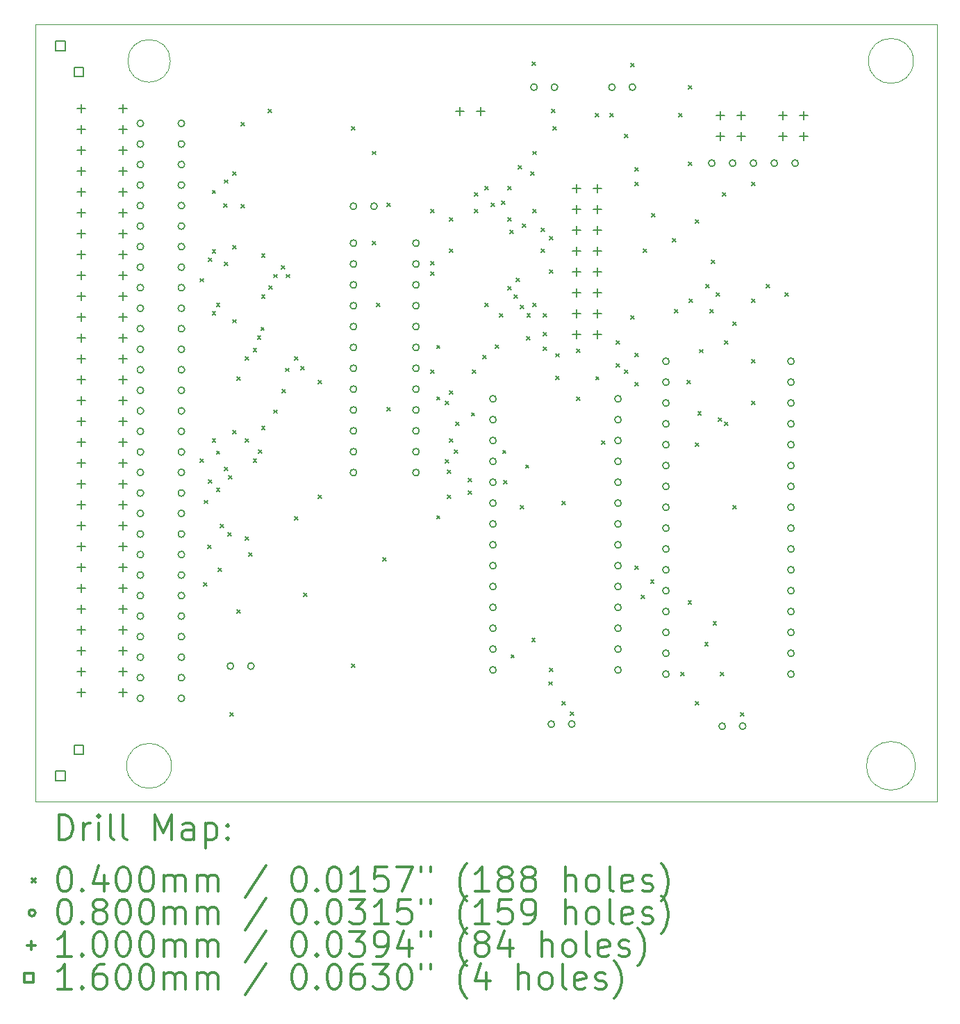
<source format=gbr>
%FSLAX45Y45*%
G04 Gerber Fmt 4.5, Leading zero omitted, Abs format (unit mm)*
G04 Created by KiCad (PCBNEW (5.1.10)-1) date 2025-03-03 19:14:49*
%MOMM*%
%LPD*%
G01*
G04 APERTURE LIST*
%TA.AperFunction,Profile*%
%ADD10C,0.050000*%
%TD*%
%ADD11C,0.200000*%
%ADD12C,0.300000*%
G04 APERTURE END LIST*
D10*
X16247412Y-13665200D02*
G75*
G03*
X16247412Y-13665200I-296212J0D01*
G01*
X16224766Y-5080000D02*
G75*
G03*
X16224766Y-5080000I-273566J0D01*
G01*
X7167830Y-5080000D02*
G75*
G03*
X7167830Y-5080000I-259030J0D01*
G01*
X5524500Y-4635500D02*
X16510000Y-4635500D01*
X7182366Y-13665200D02*
G75*
G03*
X7182366Y-13665200I-273566J0D01*
G01*
X16510000Y-4635500D02*
X16510000Y-14097000D01*
X16510000Y-14097000D02*
X5524500Y-14097000D01*
X5524500Y-14097000D02*
X5524500Y-4635500D01*
D11*
X7530000Y-7730000D02*
X7570000Y-7770000D01*
X7570000Y-7730000D02*
X7530000Y-7770000D01*
X7530000Y-9930000D02*
X7570000Y-9970000D01*
X7570000Y-9930000D02*
X7530000Y-9970000D01*
X7574600Y-11435400D02*
X7614600Y-11475400D01*
X7614600Y-11435400D02*
X7574600Y-11475400D01*
X7580000Y-10430000D02*
X7620000Y-10470000D01*
X7620000Y-10430000D02*
X7580000Y-10470000D01*
X7625400Y-10978200D02*
X7665400Y-11018200D01*
X7665400Y-10978200D02*
X7625400Y-11018200D01*
X7630000Y-7480000D02*
X7670000Y-7520000D01*
X7670000Y-7480000D02*
X7630000Y-7520000D01*
X7630000Y-10180000D02*
X7670000Y-10220000D01*
X7670000Y-10180000D02*
X7630000Y-10220000D01*
X7680000Y-7380000D02*
X7720000Y-7420000D01*
X7720000Y-7380000D02*
X7680000Y-7420000D01*
X7680000Y-8130000D02*
X7720000Y-8170000D01*
X7720000Y-8130000D02*
X7680000Y-8170000D01*
X7680000Y-9680000D02*
X7720000Y-9720000D01*
X7720000Y-9680000D02*
X7680000Y-9720000D01*
X7680400Y-6656000D02*
X7720400Y-6696000D01*
X7720400Y-6656000D02*
X7680400Y-6696000D01*
X7730000Y-8030000D02*
X7770000Y-8070000D01*
X7770000Y-8030000D02*
X7730000Y-8070000D01*
X7730000Y-9830000D02*
X7770000Y-9870000D01*
X7770000Y-9830000D02*
X7730000Y-9870000D01*
X7730000Y-10280000D02*
X7770000Y-10320000D01*
X7770000Y-10280000D02*
X7730000Y-10320000D01*
X7752400Y-11257600D02*
X7792400Y-11297600D01*
X7792400Y-11257600D02*
X7752400Y-11297600D01*
X7777800Y-10724200D02*
X7817800Y-10764200D01*
X7817800Y-10724200D02*
X7777800Y-10764200D01*
X7822000Y-6822000D02*
X7862000Y-6862000D01*
X7862000Y-6822000D02*
X7822000Y-6862000D01*
X7830000Y-6526999D02*
X7870000Y-6566999D01*
X7870000Y-6526999D02*
X7830000Y-6566999D01*
X7830000Y-7530000D02*
X7870000Y-7570000D01*
X7870000Y-7530000D02*
X7830000Y-7570000D01*
X7830000Y-10030000D02*
X7870000Y-10070000D01*
X7870000Y-10030000D02*
X7830000Y-10070000D01*
X7872000Y-10822000D02*
X7912000Y-10862000D01*
X7912000Y-10822000D02*
X7872000Y-10862000D01*
X7880000Y-10130000D02*
X7920000Y-10170000D01*
X7920000Y-10130000D02*
X7880000Y-10170000D01*
X7892500Y-13017500D02*
X7932500Y-13057500D01*
X7932500Y-13017500D02*
X7892500Y-13057500D01*
X7930000Y-6430000D02*
X7970000Y-6470000D01*
X7970000Y-6430000D02*
X7930000Y-6470000D01*
X7930000Y-7330000D02*
X7970000Y-7370000D01*
X7970000Y-7330000D02*
X7930000Y-7370000D01*
X7930000Y-8230000D02*
X7970000Y-8270000D01*
X7970000Y-8230000D02*
X7930000Y-8270000D01*
X7930000Y-9580000D02*
X7970000Y-9620000D01*
X7970000Y-9580000D02*
X7930000Y-9620000D01*
X7980000Y-8930000D02*
X8020000Y-8970000D01*
X8020000Y-8930000D02*
X7980000Y-8970000D01*
X7981000Y-11765600D02*
X8021000Y-11805600D01*
X8021000Y-11765600D02*
X7981000Y-11805600D01*
X8030000Y-5830000D02*
X8070000Y-5870000D01*
X8070000Y-5830000D02*
X8030000Y-5870000D01*
X8030000Y-6830000D02*
X8070000Y-6870000D01*
X8070000Y-6830000D02*
X8030000Y-6870000D01*
X8080000Y-8680000D02*
X8120000Y-8720000D01*
X8120000Y-8680000D02*
X8080000Y-8720000D01*
X8080000Y-9680000D02*
X8120000Y-9720000D01*
X8120000Y-9680000D02*
X8080000Y-9720000D01*
X8082600Y-10876600D02*
X8122600Y-10916600D01*
X8122600Y-10876600D02*
X8082600Y-10916600D01*
X8125600Y-11072000D02*
X8165600Y-11112000D01*
X8165600Y-11072000D02*
X8125600Y-11112000D01*
X8180000Y-8580000D02*
X8220000Y-8620000D01*
X8220000Y-8580000D02*
X8180000Y-8620000D01*
X8180000Y-9930000D02*
X8220000Y-9970000D01*
X8220000Y-9930000D02*
X8180000Y-9970000D01*
X8230000Y-8430000D02*
X8270000Y-8470000D01*
X8270000Y-8430000D02*
X8230000Y-8470000D01*
X8240000Y-9820000D02*
X8280000Y-9860000D01*
X8280000Y-9820000D02*
X8240000Y-9860000D01*
X8272000Y-8322000D02*
X8312000Y-8362000D01*
X8312000Y-8322000D02*
X8272000Y-8362000D01*
X8280000Y-7430000D02*
X8320000Y-7470000D01*
X8320000Y-7430000D02*
X8280000Y-7470000D01*
X8280000Y-7930000D02*
X8320000Y-7970000D01*
X8320000Y-7930000D02*
X8280000Y-7970000D01*
X8280000Y-9530000D02*
X8320000Y-9570000D01*
X8320000Y-9530000D02*
X8280000Y-9570000D01*
X8362000Y-5669600D02*
X8402000Y-5709600D01*
X8402000Y-5669600D02*
X8362000Y-5709600D01*
X8372000Y-7822000D02*
X8412000Y-7862000D01*
X8412000Y-7822000D02*
X8372000Y-7862000D01*
X8430000Y-7680000D02*
X8470000Y-7720000D01*
X8470000Y-7680000D02*
X8430000Y-7720000D01*
X8430000Y-9330000D02*
X8470000Y-9370000D01*
X8470000Y-9330000D02*
X8430000Y-9370000D01*
X8522000Y-7572000D02*
X8562000Y-7612000D01*
X8562000Y-7572000D02*
X8522000Y-7612000D01*
X8530000Y-9080000D02*
X8570000Y-9120000D01*
X8570000Y-9080000D02*
X8530000Y-9120000D01*
X8572000Y-8822000D02*
X8612000Y-8862000D01*
X8612000Y-8822000D02*
X8572000Y-8862000D01*
X8580000Y-7680000D02*
X8620000Y-7720000D01*
X8620000Y-7680000D02*
X8580000Y-7720000D01*
X8680000Y-8680000D02*
X8720000Y-8720000D01*
X8720000Y-8680000D02*
X8680000Y-8720000D01*
X8680000Y-10630000D02*
X8720000Y-10670000D01*
X8720000Y-10630000D02*
X8680000Y-10670000D01*
X8758200Y-8804000D02*
X8798200Y-8844000D01*
X8798200Y-8804000D02*
X8758200Y-8844000D01*
X8793800Y-11562400D02*
X8833800Y-11602400D01*
X8833800Y-11562400D02*
X8793800Y-11602400D01*
X8971600Y-8971600D02*
X9011600Y-9011600D01*
X9011600Y-8971600D02*
X8971600Y-9011600D01*
X8971600Y-10368600D02*
X9011600Y-10408600D01*
X9011600Y-10368600D02*
X8971600Y-10408600D01*
X9380000Y-5880000D02*
X9420000Y-5920000D01*
X9420000Y-5880000D02*
X9380000Y-5920000D01*
X9380000Y-12424000D02*
X9420000Y-12464000D01*
X9420000Y-12424000D02*
X9380000Y-12464000D01*
X9630000Y-6180000D02*
X9670000Y-6220000D01*
X9670000Y-6180000D02*
X9630000Y-6220000D01*
X9630000Y-7280000D02*
X9670000Y-7320000D01*
X9670000Y-7280000D02*
X9630000Y-7320000D01*
X9682800Y-8031800D02*
X9722800Y-8071800D01*
X9722800Y-8031800D02*
X9682800Y-8071800D01*
X9759000Y-11130600D02*
X9799000Y-11170600D01*
X9799000Y-11130600D02*
X9759000Y-11170600D01*
X9809800Y-6812600D02*
X9849800Y-6852600D01*
X9849800Y-6812600D02*
X9809800Y-6852600D01*
X9809800Y-9301800D02*
X9849800Y-9341800D01*
X9849800Y-9301800D02*
X9809800Y-9341800D01*
X10343200Y-6888800D02*
X10383200Y-6928800D01*
X10383200Y-6888800D02*
X10343200Y-6928800D01*
X10343200Y-7523800D02*
X10383200Y-7563800D01*
X10383200Y-7523800D02*
X10343200Y-7563800D01*
X10343200Y-7650800D02*
X10383200Y-7690800D01*
X10383200Y-7650800D02*
X10343200Y-7690800D01*
X10343200Y-8844600D02*
X10383200Y-8884600D01*
X10383200Y-8844600D02*
X10343200Y-8884600D01*
X10415101Y-8544099D02*
X10455101Y-8584099D01*
X10455101Y-8544099D02*
X10415101Y-8584099D01*
X10415101Y-9170501D02*
X10455101Y-9210501D01*
X10455101Y-9170501D02*
X10415101Y-9210501D01*
X10415101Y-10618301D02*
X10455101Y-10658301D01*
X10455101Y-10618301D02*
X10415101Y-10658301D01*
X10521000Y-9225600D02*
X10561000Y-9265600D01*
X10561000Y-9225600D02*
X10521000Y-9265600D01*
X10521000Y-9936800D02*
X10561000Y-9976800D01*
X10561000Y-9936800D02*
X10521000Y-9976800D01*
X10546400Y-10063800D02*
X10586400Y-10103800D01*
X10586400Y-10063800D02*
X10546400Y-10103800D01*
X10546400Y-10368600D02*
X10586400Y-10408600D01*
X10586400Y-10368600D02*
X10546400Y-10408600D01*
X10571800Y-6990400D02*
X10611800Y-7030400D01*
X10611800Y-6990400D02*
X10571800Y-7030400D01*
X10571800Y-7371400D02*
X10611800Y-7411400D01*
X10611800Y-7371400D02*
X10571800Y-7411400D01*
X10571800Y-9098600D02*
X10611800Y-9138600D01*
X10611800Y-9098600D02*
X10571800Y-9138600D01*
X10571800Y-9682800D02*
X10611800Y-9722800D01*
X10611800Y-9682800D02*
X10571800Y-9722800D01*
X10632800Y-9820000D02*
X10672800Y-9860000D01*
X10672800Y-9820000D02*
X10632800Y-9860000D01*
X10648000Y-9479600D02*
X10688000Y-9519600D01*
X10688000Y-9479600D02*
X10648000Y-9519600D01*
X10800400Y-10165400D02*
X10840400Y-10205400D01*
X10840400Y-10165400D02*
X10800400Y-10205400D01*
X10800400Y-10317800D02*
X10840400Y-10357800D01*
X10840400Y-10317800D02*
X10800400Y-10357800D01*
X10838500Y-9365300D02*
X10878500Y-9405300D01*
X10878500Y-9365300D02*
X10838500Y-9405300D01*
X10851200Y-8844600D02*
X10891200Y-8884600D01*
X10891200Y-8844600D02*
X10851200Y-8884600D01*
X10876600Y-6685600D02*
X10916600Y-6725600D01*
X10916600Y-6685600D02*
X10876600Y-6725600D01*
X10876600Y-6888800D02*
X10916600Y-6928800D01*
X10916600Y-6888800D02*
X10876600Y-6928800D01*
X10978200Y-8666800D02*
X11018200Y-8706800D01*
X11018200Y-8666800D02*
X10978200Y-8706800D01*
X11003600Y-6609400D02*
X11043600Y-6649400D01*
X11043600Y-6609400D02*
X11003600Y-6649400D01*
X11003600Y-8031800D02*
X11043600Y-8071800D01*
X11043600Y-8031800D02*
X11003600Y-8071800D01*
X11079800Y-6812600D02*
X11119800Y-6852600D01*
X11119800Y-6812600D02*
X11079800Y-6852600D01*
X11130600Y-8539800D02*
X11170600Y-8579800D01*
X11170600Y-8539800D02*
X11130600Y-8579800D01*
X11181400Y-8158800D02*
X11221400Y-8198800D01*
X11221400Y-8158800D02*
X11181400Y-8198800D01*
X11206800Y-6787200D02*
X11246800Y-6827200D01*
X11246800Y-6787200D02*
X11206800Y-6827200D01*
X11219500Y-9822500D02*
X11259500Y-9862500D01*
X11259500Y-9822500D02*
X11219500Y-9862500D01*
X11232200Y-10190800D02*
X11272200Y-10230800D01*
X11272200Y-10190800D02*
X11232200Y-10230800D01*
X11283000Y-6609400D02*
X11323000Y-6649400D01*
X11323000Y-6609400D02*
X11283000Y-6649400D01*
X11283000Y-6990400D02*
X11323000Y-7030400D01*
X11323000Y-6990400D02*
X11283000Y-7030400D01*
X11283000Y-7828600D02*
X11323000Y-7868600D01*
X11323000Y-7828600D02*
X11283000Y-7868600D01*
X11308400Y-7142800D02*
X11348400Y-7182800D01*
X11348400Y-7142800D02*
X11308400Y-7182800D01*
X11321100Y-12311700D02*
X11361100Y-12351700D01*
X11361100Y-12311700D02*
X11321100Y-12351700D01*
X11358499Y-7929499D02*
X11398499Y-7969499D01*
X11398499Y-7929499D02*
X11358499Y-7969499D01*
X11384600Y-7727000D02*
X11424600Y-7767000D01*
X11424600Y-7727000D02*
X11384600Y-7767000D01*
X11410000Y-6355400D02*
X11450000Y-6395400D01*
X11450000Y-6355400D02*
X11410000Y-6395400D01*
X11435400Y-8057200D02*
X11475400Y-8097200D01*
X11475400Y-8057200D02*
X11435400Y-8097200D01*
X11435400Y-10495600D02*
X11475400Y-10535600D01*
X11475400Y-10495600D02*
X11435400Y-10535600D01*
X11460800Y-7066600D02*
X11500800Y-7106600D01*
X11500800Y-7066600D02*
X11460800Y-7106600D01*
X11498900Y-10000300D02*
X11538900Y-10040300D01*
X11538900Y-10000300D02*
X11498900Y-10040300D01*
X11511600Y-8438200D02*
X11551600Y-8478200D01*
X11551600Y-8438200D02*
X11511600Y-8478200D01*
X11515300Y-8155100D02*
X11555300Y-8195100D01*
X11555300Y-8155100D02*
X11515300Y-8195100D01*
X11560800Y-6430000D02*
X11600800Y-6470000D01*
X11600800Y-6430000D02*
X11560800Y-6470000D01*
X11573300Y-12110300D02*
X11613300Y-12150300D01*
X11613300Y-12110300D02*
X11573300Y-12150300D01*
X11580000Y-5093200D02*
X11620000Y-5133200D01*
X11620000Y-5093200D02*
X11580000Y-5133200D01*
X11585400Y-6180000D02*
X11625400Y-6220000D01*
X11625400Y-6180000D02*
X11585400Y-6220000D01*
X11587800Y-6888800D02*
X11627800Y-6928800D01*
X11627800Y-6888800D02*
X11587800Y-6928800D01*
X11587800Y-8031800D02*
X11627800Y-8071800D01*
X11627800Y-8031800D02*
X11587800Y-8071800D01*
X11689400Y-7117400D02*
X11729400Y-7157400D01*
X11729400Y-7117400D02*
X11689400Y-7157400D01*
X11689400Y-7371400D02*
X11729400Y-7411400D01*
X11729400Y-7371400D02*
X11689400Y-7411400D01*
X11711100Y-8155100D02*
X11751100Y-8195100D01*
X11751100Y-8155100D02*
X11711100Y-8195100D01*
X11714800Y-8387400D02*
X11754800Y-8427400D01*
X11754800Y-8387400D02*
X11714800Y-8427400D01*
X11714800Y-8565200D02*
X11754800Y-8605200D01*
X11754800Y-8565200D02*
X11714800Y-8605200D01*
X11780099Y-12640101D02*
X11820099Y-12680101D01*
X11820099Y-12640101D02*
X11780099Y-12680101D01*
X11791000Y-7219000D02*
X11831000Y-7259000D01*
X11831000Y-7219000D02*
X11791000Y-7259000D01*
X11791000Y-7625400D02*
X11831000Y-7665400D01*
X11831000Y-7625400D02*
X11791000Y-7665400D01*
X11791000Y-12476800D02*
X11831000Y-12516800D01*
X11831000Y-12476800D02*
X11791000Y-12516800D01*
X11816400Y-5669600D02*
X11856400Y-5709600D01*
X11856400Y-5669600D02*
X11816400Y-5709600D01*
X11834600Y-5880000D02*
X11874600Y-5920000D01*
X11874600Y-5880000D02*
X11834600Y-5920000D01*
X11863500Y-8645100D02*
X11903500Y-8685100D01*
X11903500Y-8645100D02*
X11863500Y-8685100D01*
X11863500Y-8917100D02*
X11903500Y-8957100D01*
X11903500Y-8917100D02*
X11863500Y-8957100D01*
X11943400Y-10444800D02*
X11983400Y-10484800D01*
X11983400Y-10444800D02*
X11943400Y-10484800D01*
X11943400Y-12883200D02*
X11983400Y-12923200D01*
X11983400Y-12883200D02*
X11943400Y-12923200D01*
X12045000Y-13010200D02*
X12085000Y-13050200D01*
X12085000Y-13010200D02*
X12045000Y-13050200D01*
X12121200Y-8590600D02*
X12161200Y-8630600D01*
X12161200Y-8590600D02*
X12121200Y-8630600D01*
X12121200Y-9174800D02*
X12161200Y-9214800D01*
X12161200Y-9174800D02*
X12121200Y-9214800D01*
X12349800Y-5720400D02*
X12389800Y-5760400D01*
X12389800Y-5720400D02*
X12349800Y-5760400D01*
X12353500Y-8924500D02*
X12393500Y-8964500D01*
X12393500Y-8924500D02*
X12353500Y-8964500D01*
X12426000Y-9708200D02*
X12466000Y-9748200D01*
X12466000Y-9708200D02*
X12426000Y-9748200D01*
X12527600Y-5720400D02*
X12567600Y-5760400D01*
X12567600Y-5720400D02*
X12527600Y-5760400D01*
X12603800Y-8489000D02*
X12643800Y-8529000D01*
X12643800Y-8489000D02*
X12603800Y-8529000D01*
X12603800Y-8768400D02*
X12643800Y-8808400D01*
X12643800Y-8768400D02*
X12603800Y-8808400D01*
X12705400Y-5974400D02*
X12745400Y-6014400D01*
X12745400Y-5974400D02*
X12705400Y-6014400D01*
X12705400Y-8844600D02*
X12745400Y-8884600D01*
X12745400Y-8844600D02*
X12705400Y-8884600D01*
X12781600Y-5110800D02*
X12821600Y-5150800D01*
X12821600Y-5110800D02*
X12781600Y-5150800D01*
X12781600Y-8184200D02*
X12821600Y-8224200D01*
X12821600Y-8184200D02*
X12781600Y-8224200D01*
X12832400Y-6380800D02*
X12872400Y-6420800D01*
X12872400Y-6380800D02*
X12832400Y-6420800D01*
X12832400Y-6558600D02*
X12872400Y-6598600D01*
X12872400Y-6558600D02*
X12832400Y-6598600D01*
X12832400Y-8641400D02*
X12872400Y-8681400D01*
X12872400Y-8641400D02*
X12832400Y-8681400D01*
X12832400Y-8997000D02*
X12872400Y-9037000D01*
X12872400Y-8997000D02*
X12832400Y-9037000D01*
X12832400Y-11232200D02*
X12872400Y-11272200D01*
X12872400Y-11232200D02*
X12832400Y-11272200D01*
X12908600Y-11587800D02*
X12948600Y-11627800D01*
X12948600Y-11587800D02*
X12908600Y-11627800D01*
X12934000Y-7371400D02*
X12974000Y-7411400D01*
X12974000Y-7371400D02*
X12934000Y-7411400D01*
X13021101Y-11399099D02*
X13061101Y-11439099D01*
X13061101Y-11399099D02*
X13021101Y-11439099D01*
X13035600Y-6939600D02*
X13075600Y-6979600D01*
X13075600Y-6939600D02*
X13035600Y-6979600D01*
X13289600Y-7244400D02*
X13329600Y-7284400D01*
X13329600Y-7244400D02*
X13289600Y-7284400D01*
X13315000Y-8108000D02*
X13355000Y-8148000D01*
X13355000Y-8108000D02*
X13315000Y-8148000D01*
X13365800Y-5720400D02*
X13405800Y-5760400D01*
X13405800Y-5720400D02*
X13365800Y-5760400D01*
X13391200Y-12527600D02*
X13431200Y-12567600D01*
X13431200Y-12527600D02*
X13391200Y-12567600D01*
X13467400Y-8971600D02*
X13507400Y-9011600D01*
X13507400Y-8971600D02*
X13467400Y-9011600D01*
X13478301Y-11653099D02*
X13518301Y-11693099D01*
X13518301Y-11653099D02*
X13478301Y-11693099D01*
X13482600Y-5380000D02*
X13522600Y-5420000D01*
X13522600Y-5380000D02*
X13482600Y-5420000D01*
X13482600Y-6314800D02*
X13522600Y-6354800D01*
X13522600Y-6314800D02*
X13482600Y-6354800D01*
X13492800Y-7981000D02*
X13532800Y-8021000D01*
X13532800Y-7981000D02*
X13492800Y-8021000D01*
X13569000Y-7015800D02*
X13609000Y-7055800D01*
X13609000Y-7015800D02*
X13569000Y-7055800D01*
X13569000Y-9733600D02*
X13609000Y-9773600D01*
X13609000Y-9733600D02*
X13569000Y-9773600D01*
X13569000Y-12883200D02*
X13609000Y-12923200D01*
X13609000Y-12883200D02*
X13569000Y-12923200D01*
X13598200Y-9348800D02*
X13638200Y-9388800D01*
X13638200Y-9348800D02*
X13598200Y-9388800D01*
X13616100Y-8594300D02*
X13656100Y-8634300D01*
X13656100Y-8594300D02*
X13616100Y-8634300D01*
X13681501Y-12161099D02*
X13721501Y-12201099D01*
X13721501Y-12161099D02*
X13681501Y-12201099D01*
X13696000Y-7803200D02*
X13736000Y-7843200D01*
X13736000Y-7803200D02*
X13696000Y-7843200D01*
X13746800Y-8108000D02*
X13786800Y-8148000D01*
X13786800Y-8108000D02*
X13746800Y-8148000D01*
X13762700Y-7507900D02*
X13802700Y-7547900D01*
X13802700Y-7507900D02*
X13762700Y-7547900D01*
X13783101Y-11907099D02*
X13823101Y-11947099D01*
X13823101Y-11907099D02*
X13783101Y-11947099D01*
X13823000Y-7904800D02*
X13863000Y-7944800D01*
X13863000Y-7904800D02*
X13823000Y-7944800D01*
X13848400Y-9428800D02*
X13888400Y-9468800D01*
X13888400Y-9428800D02*
X13848400Y-9468800D01*
X13873800Y-12527600D02*
X13913800Y-12567600D01*
X13913800Y-12527600D02*
X13873800Y-12567600D01*
X13899200Y-6685600D02*
X13939200Y-6725600D01*
X13939200Y-6685600D02*
X13899200Y-6725600D01*
X13924600Y-8489000D02*
X13964600Y-8529000D01*
X13964600Y-8489000D02*
X13924600Y-8529000D01*
X13924600Y-9479600D02*
X13964600Y-9519600D01*
X13964600Y-9479600D02*
X13924600Y-9519600D01*
X14026200Y-8260400D02*
X14066200Y-8300400D01*
X14066200Y-8260400D02*
X14026200Y-8300400D01*
X14026200Y-10495600D02*
X14066200Y-10535600D01*
X14066200Y-10495600D02*
X14026200Y-10535600D01*
X14120500Y-13017500D02*
X14160500Y-13057500D01*
X14160500Y-13017500D02*
X14120500Y-13057500D01*
X14254800Y-6558600D02*
X14294800Y-6598600D01*
X14294800Y-6558600D02*
X14254800Y-6598600D01*
X14254800Y-7981000D02*
X14294800Y-8021000D01*
X14294800Y-7981000D02*
X14254800Y-8021000D01*
X14254800Y-8717600D02*
X14294800Y-8757600D01*
X14294800Y-8717600D02*
X14254800Y-8757600D01*
X14254800Y-9225600D02*
X14294800Y-9265600D01*
X14294800Y-9225600D02*
X14254800Y-9265600D01*
X14432600Y-7803200D02*
X14472600Y-7843200D01*
X14472600Y-7803200D02*
X14432600Y-7843200D01*
X14661200Y-7904800D02*
X14701200Y-7944800D01*
X14701200Y-7904800D02*
X14661200Y-7944800D01*
X6842500Y-5842000D02*
G75*
G03*
X6842500Y-5842000I-40000J0D01*
G01*
X6842500Y-6092000D02*
G75*
G03*
X6842500Y-6092000I-40000J0D01*
G01*
X6842500Y-6342000D02*
G75*
G03*
X6842500Y-6342000I-40000J0D01*
G01*
X6842500Y-6592000D02*
G75*
G03*
X6842500Y-6592000I-40000J0D01*
G01*
X6842500Y-6842000D02*
G75*
G03*
X6842500Y-6842000I-40000J0D01*
G01*
X6842500Y-7092000D02*
G75*
G03*
X6842500Y-7092000I-40000J0D01*
G01*
X6842500Y-7342000D02*
G75*
G03*
X6842500Y-7342000I-40000J0D01*
G01*
X6842500Y-7592000D02*
G75*
G03*
X6842500Y-7592000I-40000J0D01*
G01*
X6842500Y-7842000D02*
G75*
G03*
X6842500Y-7842000I-40000J0D01*
G01*
X6842500Y-8092000D02*
G75*
G03*
X6842500Y-8092000I-40000J0D01*
G01*
X6842500Y-8342000D02*
G75*
G03*
X6842500Y-8342000I-40000J0D01*
G01*
X6842500Y-8592000D02*
G75*
G03*
X6842500Y-8592000I-40000J0D01*
G01*
X6842500Y-8842000D02*
G75*
G03*
X6842500Y-8842000I-40000J0D01*
G01*
X6842500Y-9092000D02*
G75*
G03*
X6842500Y-9092000I-40000J0D01*
G01*
X6842500Y-9342000D02*
G75*
G03*
X6842500Y-9342000I-40000J0D01*
G01*
X6842500Y-9592000D02*
G75*
G03*
X6842500Y-9592000I-40000J0D01*
G01*
X6842500Y-9842000D02*
G75*
G03*
X6842500Y-9842000I-40000J0D01*
G01*
X6842500Y-10092000D02*
G75*
G03*
X6842500Y-10092000I-40000J0D01*
G01*
X6842500Y-10342000D02*
G75*
G03*
X6842500Y-10342000I-40000J0D01*
G01*
X6842500Y-10592000D02*
G75*
G03*
X6842500Y-10592000I-40000J0D01*
G01*
X6842500Y-10842000D02*
G75*
G03*
X6842500Y-10842000I-40000J0D01*
G01*
X6842500Y-11092000D02*
G75*
G03*
X6842500Y-11092000I-40000J0D01*
G01*
X6842500Y-11342000D02*
G75*
G03*
X6842500Y-11342000I-40000J0D01*
G01*
X6842500Y-11592000D02*
G75*
G03*
X6842500Y-11592000I-40000J0D01*
G01*
X6842500Y-11842000D02*
G75*
G03*
X6842500Y-11842000I-40000J0D01*
G01*
X6842500Y-12092000D02*
G75*
G03*
X6842500Y-12092000I-40000J0D01*
G01*
X6842500Y-12342000D02*
G75*
G03*
X6842500Y-12342000I-40000J0D01*
G01*
X6842500Y-12592000D02*
G75*
G03*
X6842500Y-12592000I-40000J0D01*
G01*
X6842500Y-12842000D02*
G75*
G03*
X6842500Y-12842000I-40000J0D01*
G01*
X7342500Y-5842000D02*
G75*
G03*
X7342500Y-5842000I-40000J0D01*
G01*
X7342500Y-6092000D02*
G75*
G03*
X7342500Y-6092000I-40000J0D01*
G01*
X7342500Y-6342000D02*
G75*
G03*
X7342500Y-6342000I-40000J0D01*
G01*
X7342500Y-6592000D02*
G75*
G03*
X7342500Y-6592000I-40000J0D01*
G01*
X7342500Y-6842000D02*
G75*
G03*
X7342500Y-6842000I-40000J0D01*
G01*
X7342500Y-7092000D02*
G75*
G03*
X7342500Y-7092000I-40000J0D01*
G01*
X7342500Y-7342000D02*
G75*
G03*
X7342500Y-7342000I-40000J0D01*
G01*
X7342500Y-7592000D02*
G75*
G03*
X7342500Y-7592000I-40000J0D01*
G01*
X7342500Y-7842000D02*
G75*
G03*
X7342500Y-7842000I-40000J0D01*
G01*
X7342500Y-8092000D02*
G75*
G03*
X7342500Y-8092000I-40000J0D01*
G01*
X7342500Y-8342000D02*
G75*
G03*
X7342500Y-8342000I-40000J0D01*
G01*
X7342500Y-8592000D02*
G75*
G03*
X7342500Y-8592000I-40000J0D01*
G01*
X7342500Y-8842000D02*
G75*
G03*
X7342500Y-8842000I-40000J0D01*
G01*
X7342500Y-9092000D02*
G75*
G03*
X7342500Y-9092000I-40000J0D01*
G01*
X7342500Y-9342000D02*
G75*
G03*
X7342500Y-9342000I-40000J0D01*
G01*
X7342500Y-9592000D02*
G75*
G03*
X7342500Y-9592000I-40000J0D01*
G01*
X7342500Y-9842000D02*
G75*
G03*
X7342500Y-9842000I-40000J0D01*
G01*
X7342500Y-10092000D02*
G75*
G03*
X7342500Y-10092000I-40000J0D01*
G01*
X7342500Y-10342000D02*
G75*
G03*
X7342500Y-10342000I-40000J0D01*
G01*
X7342500Y-10592000D02*
G75*
G03*
X7342500Y-10592000I-40000J0D01*
G01*
X7342500Y-10842000D02*
G75*
G03*
X7342500Y-10842000I-40000J0D01*
G01*
X7342500Y-11092000D02*
G75*
G03*
X7342500Y-11092000I-40000J0D01*
G01*
X7342500Y-11342000D02*
G75*
G03*
X7342500Y-11342000I-40000J0D01*
G01*
X7342500Y-11592000D02*
G75*
G03*
X7342500Y-11592000I-40000J0D01*
G01*
X7342500Y-11842000D02*
G75*
G03*
X7342500Y-11842000I-40000J0D01*
G01*
X7342500Y-12092000D02*
G75*
G03*
X7342500Y-12092000I-40000J0D01*
G01*
X7342500Y-12342000D02*
G75*
G03*
X7342500Y-12342000I-40000J0D01*
G01*
X7342500Y-12592000D02*
G75*
G03*
X7342500Y-12592000I-40000J0D01*
G01*
X7342500Y-12842000D02*
G75*
G03*
X7342500Y-12842000I-40000J0D01*
G01*
X7940000Y-12450000D02*
G75*
G03*
X7940000Y-12450000I-40000J0D01*
G01*
X8190000Y-12450000D02*
G75*
G03*
X8190000Y-12450000I-40000J0D01*
G01*
X9440000Y-6850000D02*
G75*
G03*
X9440000Y-6850000I-40000J0D01*
G01*
X9440000Y-7300000D02*
G75*
G03*
X9440000Y-7300000I-40000J0D01*
G01*
X9440000Y-7554000D02*
G75*
G03*
X9440000Y-7554000I-40000J0D01*
G01*
X9440000Y-7808000D02*
G75*
G03*
X9440000Y-7808000I-40000J0D01*
G01*
X9440000Y-8062000D02*
G75*
G03*
X9440000Y-8062000I-40000J0D01*
G01*
X9440000Y-8316000D02*
G75*
G03*
X9440000Y-8316000I-40000J0D01*
G01*
X9440000Y-8570000D02*
G75*
G03*
X9440000Y-8570000I-40000J0D01*
G01*
X9440000Y-8824000D02*
G75*
G03*
X9440000Y-8824000I-40000J0D01*
G01*
X9440000Y-9078000D02*
G75*
G03*
X9440000Y-9078000I-40000J0D01*
G01*
X9440000Y-9332000D02*
G75*
G03*
X9440000Y-9332000I-40000J0D01*
G01*
X9440000Y-9586000D02*
G75*
G03*
X9440000Y-9586000I-40000J0D01*
G01*
X9440000Y-9840000D02*
G75*
G03*
X9440000Y-9840000I-40000J0D01*
G01*
X9440000Y-10094000D02*
G75*
G03*
X9440000Y-10094000I-40000J0D01*
G01*
X9690000Y-6850000D02*
G75*
G03*
X9690000Y-6850000I-40000J0D01*
G01*
X10202000Y-7300000D02*
G75*
G03*
X10202000Y-7300000I-40000J0D01*
G01*
X10202000Y-7554000D02*
G75*
G03*
X10202000Y-7554000I-40000J0D01*
G01*
X10202000Y-7808000D02*
G75*
G03*
X10202000Y-7808000I-40000J0D01*
G01*
X10202000Y-8062000D02*
G75*
G03*
X10202000Y-8062000I-40000J0D01*
G01*
X10202000Y-8316000D02*
G75*
G03*
X10202000Y-8316000I-40000J0D01*
G01*
X10202000Y-8570000D02*
G75*
G03*
X10202000Y-8570000I-40000J0D01*
G01*
X10202000Y-8824000D02*
G75*
G03*
X10202000Y-8824000I-40000J0D01*
G01*
X10202000Y-9078000D02*
G75*
G03*
X10202000Y-9078000I-40000J0D01*
G01*
X10202000Y-9332000D02*
G75*
G03*
X10202000Y-9332000I-40000J0D01*
G01*
X10202000Y-9586000D02*
G75*
G03*
X10202000Y-9586000I-40000J0D01*
G01*
X10202000Y-9840000D02*
G75*
G03*
X10202000Y-9840000I-40000J0D01*
G01*
X10202000Y-10094000D02*
G75*
G03*
X10202000Y-10094000I-40000J0D01*
G01*
X11139800Y-9194800D02*
G75*
G03*
X11139800Y-9194800I-40000J0D01*
G01*
X11139800Y-9448800D02*
G75*
G03*
X11139800Y-9448800I-40000J0D01*
G01*
X11139800Y-9702800D02*
G75*
G03*
X11139800Y-9702800I-40000J0D01*
G01*
X11139800Y-9956800D02*
G75*
G03*
X11139800Y-9956800I-40000J0D01*
G01*
X11139800Y-10210800D02*
G75*
G03*
X11139800Y-10210800I-40000J0D01*
G01*
X11139800Y-10464800D02*
G75*
G03*
X11139800Y-10464800I-40000J0D01*
G01*
X11139800Y-10718800D02*
G75*
G03*
X11139800Y-10718800I-40000J0D01*
G01*
X11139800Y-10972800D02*
G75*
G03*
X11139800Y-10972800I-40000J0D01*
G01*
X11139800Y-11226800D02*
G75*
G03*
X11139800Y-11226800I-40000J0D01*
G01*
X11139800Y-11480800D02*
G75*
G03*
X11139800Y-11480800I-40000J0D01*
G01*
X11139800Y-11734800D02*
G75*
G03*
X11139800Y-11734800I-40000J0D01*
G01*
X11139800Y-11988800D02*
G75*
G03*
X11139800Y-11988800I-40000J0D01*
G01*
X11139800Y-12242800D02*
G75*
G03*
X11139800Y-12242800I-40000J0D01*
G01*
X11139800Y-12496800D02*
G75*
G03*
X11139800Y-12496800I-40000J0D01*
G01*
X11640000Y-5400000D02*
G75*
G03*
X11640000Y-5400000I-40000J0D01*
G01*
X11851000Y-13157200D02*
G75*
G03*
X11851000Y-13157200I-40000J0D01*
G01*
X11890000Y-5400000D02*
G75*
G03*
X11890000Y-5400000I-40000J0D01*
G01*
X12101000Y-13157200D02*
G75*
G03*
X12101000Y-13157200I-40000J0D01*
G01*
X12590000Y-5400000D02*
G75*
G03*
X12590000Y-5400000I-40000J0D01*
G01*
X12663800Y-9194800D02*
G75*
G03*
X12663800Y-9194800I-40000J0D01*
G01*
X12663800Y-9448800D02*
G75*
G03*
X12663800Y-9448800I-40000J0D01*
G01*
X12663800Y-9702800D02*
G75*
G03*
X12663800Y-9702800I-40000J0D01*
G01*
X12663800Y-9956800D02*
G75*
G03*
X12663800Y-9956800I-40000J0D01*
G01*
X12663800Y-10210800D02*
G75*
G03*
X12663800Y-10210800I-40000J0D01*
G01*
X12663800Y-10464800D02*
G75*
G03*
X12663800Y-10464800I-40000J0D01*
G01*
X12663800Y-10718800D02*
G75*
G03*
X12663800Y-10718800I-40000J0D01*
G01*
X12663800Y-10972800D02*
G75*
G03*
X12663800Y-10972800I-40000J0D01*
G01*
X12663800Y-11226800D02*
G75*
G03*
X12663800Y-11226800I-40000J0D01*
G01*
X12663800Y-11480800D02*
G75*
G03*
X12663800Y-11480800I-40000J0D01*
G01*
X12663800Y-11734800D02*
G75*
G03*
X12663800Y-11734800I-40000J0D01*
G01*
X12663800Y-11988800D02*
G75*
G03*
X12663800Y-11988800I-40000J0D01*
G01*
X12663800Y-12242800D02*
G75*
G03*
X12663800Y-12242800I-40000J0D01*
G01*
X12663800Y-12496800D02*
G75*
G03*
X12663800Y-12496800I-40000J0D01*
G01*
X12840000Y-5400000D02*
G75*
G03*
X12840000Y-5400000I-40000J0D01*
G01*
X13248000Y-8737600D02*
G75*
G03*
X13248000Y-8737600I-40000J0D01*
G01*
X13248000Y-8991600D02*
G75*
G03*
X13248000Y-8991600I-40000J0D01*
G01*
X13248000Y-9245600D02*
G75*
G03*
X13248000Y-9245600I-40000J0D01*
G01*
X13248000Y-9499600D02*
G75*
G03*
X13248000Y-9499600I-40000J0D01*
G01*
X13248000Y-9753600D02*
G75*
G03*
X13248000Y-9753600I-40000J0D01*
G01*
X13248000Y-10007600D02*
G75*
G03*
X13248000Y-10007600I-40000J0D01*
G01*
X13248000Y-10261600D02*
G75*
G03*
X13248000Y-10261600I-40000J0D01*
G01*
X13248000Y-10515600D02*
G75*
G03*
X13248000Y-10515600I-40000J0D01*
G01*
X13248000Y-10769600D02*
G75*
G03*
X13248000Y-10769600I-40000J0D01*
G01*
X13248000Y-11023600D02*
G75*
G03*
X13248000Y-11023600I-40000J0D01*
G01*
X13248000Y-11277600D02*
G75*
G03*
X13248000Y-11277600I-40000J0D01*
G01*
X13248000Y-11531600D02*
G75*
G03*
X13248000Y-11531600I-40000J0D01*
G01*
X13248000Y-11785600D02*
G75*
G03*
X13248000Y-11785600I-40000J0D01*
G01*
X13248000Y-12039600D02*
G75*
G03*
X13248000Y-12039600I-40000J0D01*
G01*
X13248000Y-12293600D02*
G75*
G03*
X13248000Y-12293600I-40000J0D01*
G01*
X13248000Y-12547600D02*
G75*
G03*
X13248000Y-12547600I-40000J0D01*
G01*
X13806800Y-6324600D02*
G75*
G03*
X13806800Y-6324600I-40000J0D01*
G01*
X13933800Y-13182600D02*
G75*
G03*
X13933800Y-13182600I-40000J0D01*
G01*
X14060800Y-6324600D02*
G75*
G03*
X14060800Y-6324600I-40000J0D01*
G01*
X14183800Y-13182600D02*
G75*
G03*
X14183800Y-13182600I-40000J0D01*
G01*
X14314800Y-6324600D02*
G75*
G03*
X14314800Y-6324600I-40000J0D01*
G01*
X14568800Y-6324600D02*
G75*
G03*
X14568800Y-6324600I-40000J0D01*
G01*
X14772000Y-8737600D02*
G75*
G03*
X14772000Y-8737600I-40000J0D01*
G01*
X14772000Y-8991600D02*
G75*
G03*
X14772000Y-8991600I-40000J0D01*
G01*
X14772000Y-9245600D02*
G75*
G03*
X14772000Y-9245600I-40000J0D01*
G01*
X14772000Y-9499600D02*
G75*
G03*
X14772000Y-9499600I-40000J0D01*
G01*
X14772000Y-9753600D02*
G75*
G03*
X14772000Y-9753600I-40000J0D01*
G01*
X14772000Y-10007600D02*
G75*
G03*
X14772000Y-10007600I-40000J0D01*
G01*
X14772000Y-10261600D02*
G75*
G03*
X14772000Y-10261600I-40000J0D01*
G01*
X14772000Y-10515600D02*
G75*
G03*
X14772000Y-10515600I-40000J0D01*
G01*
X14772000Y-10769600D02*
G75*
G03*
X14772000Y-10769600I-40000J0D01*
G01*
X14772000Y-11023600D02*
G75*
G03*
X14772000Y-11023600I-40000J0D01*
G01*
X14772000Y-11277600D02*
G75*
G03*
X14772000Y-11277600I-40000J0D01*
G01*
X14772000Y-11531600D02*
G75*
G03*
X14772000Y-11531600I-40000J0D01*
G01*
X14772000Y-11785600D02*
G75*
G03*
X14772000Y-11785600I-40000J0D01*
G01*
X14772000Y-12039600D02*
G75*
G03*
X14772000Y-12039600I-40000J0D01*
G01*
X14772000Y-12293600D02*
G75*
G03*
X14772000Y-12293600I-40000J0D01*
G01*
X14772000Y-12547600D02*
G75*
G03*
X14772000Y-12547600I-40000J0D01*
G01*
X14822800Y-6324600D02*
G75*
G03*
X14822800Y-6324600I-40000J0D01*
G01*
X6083360Y-5609000D02*
X6083360Y-5709000D01*
X6033360Y-5659000D02*
X6133360Y-5659000D01*
X6083360Y-5863000D02*
X6083360Y-5963000D01*
X6033360Y-5913000D02*
X6133360Y-5913000D01*
X6083360Y-6117000D02*
X6083360Y-6217000D01*
X6033360Y-6167000D02*
X6133360Y-6167000D01*
X6083360Y-6371000D02*
X6083360Y-6471000D01*
X6033360Y-6421000D02*
X6133360Y-6421000D01*
X6083360Y-6625000D02*
X6083360Y-6725000D01*
X6033360Y-6675000D02*
X6133360Y-6675000D01*
X6083360Y-6879000D02*
X6083360Y-6979000D01*
X6033360Y-6929000D02*
X6133360Y-6929000D01*
X6083360Y-7133000D02*
X6083360Y-7233000D01*
X6033360Y-7183000D02*
X6133360Y-7183000D01*
X6083360Y-7387000D02*
X6083360Y-7487000D01*
X6033360Y-7437000D02*
X6133360Y-7437000D01*
X6083360Y-7641000D02*
X6083360Y-7741000D01*
X6033360Y-7691000D02*
X6133360Y-7691000D01*
X6083360Y-7895000D02*
X6083360Y-7995000D01*
X6033360Y-7945000D02*
X6133360Y-7945000D01*
X6083360Y-8149000D02*
X6083360Y-8249000D01*
X6033360Y-8199000D02*
X6133360Y-8199000D01*
X6083360Y-8403000D02*
X6083360Y-8503000D01*
X6033360Y-8453000D02*
X6133360Y-8453000D01*
X6083360Y-8657000D02*
X6083360Y-8757000D01*
X6033360Y-8707000D02*
X6133360Y-8707000D01*
X6083360Y-8911000D02*
X6083360Y-9011000D01*
X6033360Y-8961000D02*
X6133360Y-8961000D01*
X6083360Y-9165000D02*
X6083360Y-9265000D01*
X6033360Y-9215000D02*
X6133360Y-9215000D01*
X6083360Y-9419000D02*
X6083360Y-9519000D01*
X6033360Y-9469000D02*
X6133360Y-9469000D01*
X6083360Y-9673000D02*
X6083360Y-9773000D01*
X6033360Y-9723000D02*
X6133360Y-9723000D01*
X6083360Y-9927000D02*
X6083360Y-10027000D01*
X6033360Y-9977000D02*
X6133360Y-9977000D01*
X6083360Y-10181000D02*
X6083360Y-10281000D01*
X6033360Y-10231000D02*
X6133360Y-10231000D01*
X6083360Y-10435000D02*
X6083360Y-10535000D01*
X6033360Y-10485000D02*
X6133360Y-10485000D01*
X6083360Y-10689000D02*
X6083360Y-10789000D01*
X6033360Y-10739000D02*
X6133360Y-10739000D01*
X6083360Y-10943000D02*
X6083360Y-11043000D01*
X6033360Y-10993000D02*
X6133360Y-10993000D01*
X6083360Y-11197000D02*
X6083360Y-11297000D01*
X6033360Y-11247000D02*
X6133360Y-11247000D01*
X6083360Y-11451000D02*
X6083360Y-11551000D01*
X6033360Y-11501000D02*
X6133360Y-11501000D01*
X6083360Y-11705000D02*
X6083360Y-11805000D01*
X6033360Y-11755000D02*
X6133360Y-11755000D01*
X6083360Y-11959000D02*
X6083360Y-12059000D01*
X6033360Y-12009000D02*
X6133360Y-12009000D01*
X6083360Y-12213000D02*
X6083360Y-12313000D01*
X6033360Y-12263000D02*
X6133360Y-12263000D01*
X6083360Y-12467000D02*
X6083360Y-12567000D01*
X6033360Y-12517000D02*
X6133360Y-12517000D01*
X6083360Y-12721000D02*
X6083360Y-12821000D01*
X6033360Y-12771000D02*
X6133360Y-12771000D01*
X6591360Y-5609000D02*
X6591360Y-5709000D01*
X6541360Y-5659000D02*
X6641360Y-5659000D01*
X6591360Y-5863000D02*
X6591360Y-5963000D01*
X6541360Y-5913000D02*
X6641360Y-5913000D01*
X6591360Y-6117000D02*
X6591360Y-6217000D01*
X6541360Y-6167000D02*
X6641360Y-6167000D01*
X6591360Y-6371000D02*
X6591360Y-6471000D01*
X6541360Y-6421000D02*
X6641360Y-6421000D01*
X6591360Y-6625000D02*
X6591360Y-6725000D01*
X6541360Y-6675000D02*
X6641360Y-6675000D01*
X6591360Y-6879000D02*
X6591360Y-6979000D01*
X6541360Y-6929000D02*
X6641360Y-6929000D01*
X6591360Y-7133000D02*
X6591360Y-7233000D01*
X6541360Y-7183000D02*
X6641360Y-7183000D01*
X6591360Y-7387000D02*
X6591360Y-7487000D01*
X6541360Y-7437000D02*
X6641360Y-7437000D01*
X6591360Y-7641000D02*
X6591360Y-7741000D01*
X6541360Y-7691000D02*
X6641360Y-7691000D01*
X6591360Y-7895000D02*
X6591360Y-7995000D01*
X6541360Y-7945000D02*
X6641360Y-7945000D01*
X6591360Y-8149000D02*
X6591360Y-8249000D01*
X6541360Y-8199000D02*
X6641360Y-8199000D01*
X6591360Y-8403000D02*
X6591360Y-8503000D01*
X6541360Y-8453000D02*
X6641360Y-8453000D01*
X6591360Y-8657000D02*
X6591360Y-8757000D01*
X6541360Y-8707000D02*
X6641360Y-8707000D01*
X6591360Y-8911000D02*
X6591360Y-9011000D01*
X6541360Y-8961000D02*
X6641360Y-8961000D01*
X6591360Y-9165000D02*
X6591360Y-9265000D01*
X6541360Y-9215000D02*
X6641360Y-9215000D01*
X6591360Y-9419000D02*
X6591360Y-9519000D01*
X6541360Y-9469000D02*
X6641360Y-9469000D01*
X6591360Y-9673000D02*
X6591360Y-9773000D01*
X6541360Y-9723000D02*
X6641360Y-9723000D01*
X6591360Y-9927000D02*
X6591360Y-10027000D01*
X6541360Y-9977000D02*
X6641360Y-9977000D01*
X6591360Y-10181000D02*
X6591360Y-10281000D01*
X6541360Y-10231000D02*
X6641360Y-10231000D01*
X6591360Y-10435000D02*
X6591360Y-10535000D01*
X6541360Y-10485000D02*
X6641360Y-10485000D01*
X6591360Y-10689000D02*
X6591360Y-10789000D01*
X6541360Y-10739000D02*
X6641360Y-10739000D01*
X6591360Y-10943000D02*
X6591360Y-11043000D01*
X6541360Y-10993000D02*
X6641360Y-10993000D01*
X6591360Y-11197000D02*
X6591360Y-11297000D01*
X6541360Y-11247000D02*
X6641360Y-11247000D01*
X6591360Y-11451000D02*
X6591360Y-11551000D01*
X6541360Y-11501000D02*
X6641360Y-11501000D01*
X6591360Y-11705000D02*
X6591360Y-11805000D01*
X6541360Y-11755000D02*
X6641360Y-11755000D01*
X6591360Y-11959000D02*
X6591360Y-12059000D01*
X6541360Y-12009000D02*
X6641360Y-12009000D01*
X6591360Y-12213000D02*
X6591360Y-12313000D01*
X6541360Y-12263000D02*
X6641360Y-12263000D01*
X6591360Y-12467000D02*
X6591360Y-12567000D01*
X6541360Y-12517000D02*
X6641360Y-12517000D01*
X6591360Y-12721000D02*
X6591360Y-12821000D01*
X6541360Y-12771000D02*
X6641360Y-12771000D01*
X10693400Y-5639600D02*
X10693400Y-5739600D01*
X10643400Y-5689600D02*
X10743400Y-5689600D01*
X10947400Y-5639600D02*
X10947400Y-5739600D01*
X10897400Y-5689600D02*
X10997400Y-5689600D01*
X12115800Y-6579400D02*
X12115800Y-6679400D01*
X12065800Y-6629400D02*
X12165800Y-6629400D01*
X12115800Y-6833400D02*
X12115800Y-6933400D01*
X12065800Y-6883400D02*
X12165800Y-6883400D01*
X12115800Y-7087400D02*
X12115800Y-7187400D01*
X12065800Y-7137400D02*
X12165800Y-7137400D01*
X12115800Y-7341400D02*
X12115800Y-7441400D01*
X12065800Y-7391400D02*
X12165800Y-7391400D01*
X12115800Y-7595400D02*
X12115800Y-7695400D01*
X12065800Y-7645400D02*
X12165800Y-7645400D01*
X12115800Y-7849400D02*
X12115800Y-7949400D01*
X12065800Y-7899400D02*
X12165800Y-7899400D01*
X12115800Y-8103400D02*
X12115800Y-8203400D01*
X12065800Y-8153400D02*
X12165800Y-8153400D01*
X12115800Y-8357400D02*
X12115800Y-8457400D01*
X12065800Y-8407400D02*
X12165800Y-8407400D01*
X12369800Y-6579400D02*
X12369800Y-6679400D01*
X12319800Y-6629400D02*
X12419800Y-6629400D01*
X12369800Y-6833400D02*
X12369800Y-6933400D01*
X12319800Y-6883400D02*
X12419800Y-6883400D01*
X12369800Y-7087400D02*
X12369800Y-7187400D01*
X12319800Y-7137400D02*
X12419800Y-7137400D01*
X12369800Y-7341400D02*
X12369800Y-7441400D01*
X12319800Y-7391400D02*
X12419800Y-7391400D01*
X12369800Y-7595400D02*
X12369800Y-7695400D01*
X12319800Y-7645400D02*
X12419800Y-7645400D01*
X12369800Y-7849400D02*
X12369800Y-7949400D01*
X12319800Y-7899400D02*
X12419800Y-7899400D01*
X12369800Y-8103400D02*
X12369800Y-8203400D01*
X12319800Y-8153400D02*
X12419800Y-8153400D01*
X12369800Y-8357400D02*
X12369800Y-8457400D01*
X12319800Y-8407400D02*
X12419800Y-8407400D01*
X13868400Y-5690400D02*
X13868400Y-5790400D01*
X13818400Y-5740400D02*
X13918400Y-5740400D01*
X13868400Y-5944400D02*
X13868400Y-6044400D01*
X13818400Y-5994400D02*
X13918400Y-5994400D01*
X14122400Y-5690400D02*
X14122400Y-5790400D01*
X14072400Y-5740400D02*
X14172400Y-5740400D01*
X14122400Y-5944400D02*
X14122400Y-6044400D01*
X14072400Y-5994400D02*
X14172400Y-5994400D01*
X14630400Y-5690400D02*
X14630400Y-5790400D01*
X14580400Y-5740400D02*
X14680400Y-5740400D01*
X14630400Y-5944400D02*
X14630400Y-6044400D01*
X14580400Y-5994400D02*
X14680400Y-5994400D01*
X14884400Y-5690400D02*
X14884400Y-5790400D01*
X14834400Y-5740400D02*
X14934400Y-5740400D01*
X14884400Y-5944400D02*
X14884400Y-6044400D01*
X14834400Y-5994400D02*
X14934400Y-5994400D01*
X5885929Y-4953569D02*
X5885929Y-4840431D01*
X5772791Y-4840431D01*
X5772791Y-4953569D01*
X5885929Y-4953569D01*
X5885929Y-13843569D02*
X5885929Y-13730431D01*
X5772791Y-13730431D01*
X5772791Y-13843569D01*
X5885929Y-13843569D01*
X6109069Y-5273569D02*
X6109069Y-5160431D01*
X5995931Y-5160431D01*
X5995931Y-5273569D01*
X6109069Y-5273569D01*
X6109069Y-13523569D02*
X6109069Y-13410431D01*
X5995931Y-13410431D01*
X5995931Y-13523569D01*
X6109069Y-13523569D01*
D12*
X5808428Y-14565214D02*
X5808428Y-14265214D01*
X5879857Y-14265214D01*
X5922714Y-14279500D01*
X5951286Y-14308071D01*
X5965571Y-14336643D01*
X5979857Y-14393786D01*
X5979857Y-14436643D01*
X5965571Y-14493786D01*
X5951286Y-14522357D01*
X5922714Y-14550929D01*
X5879857Y-14565214D01*
X5808428Y-14565214D01*
X6108428Y-14565214D02*
X6108428Y-14365214D01*
X6108428Y-14422357D02*
X6122714Y-14393786D01*
X6137000Y-14379500D01*
X6165571Y-14365214D01*
X6194143Y-14365214D01*
X6294143Y-14565214D02*
X6294143Y-14365214D01*
X6294143Y-14265214D02*
X6279857Y-14279500D01*
X6294143Y-14293786D01*
X6308428Y-14279500D01*
X6294143Y-14265214D01*
X6294143Y-14293786D01*
X6479857Y-14565214D02*
X6451286Y-14550929D01*
X6437000Y-14522357D01*
X6437000Y-14265214D01*
X6637000Y-14565214D02*
X6608428Y-14550929D01*
X6594143Y-14522357D01*
X6594143Y-14265214D01*
X6979857Y-14565214D02*
X6979857Y-14265214D01*
X7079857Y-14479500D01*
X7179857Y-14265214D01*
X7179857Y-14565214D01*
X7451286Y-14565214D02*
X7451286Y-14408071D01*
X7437000Y-14379500D01*
X7408428Y-14365214D01*
X7351286Y-14365214D01*
X7322714Y-14379500D01*
X7451286Y-14550929D02*
X7422714Y-14565214D01*
X7351286Y-14565214D01*
X7322714Y-14550929D01*
X7308428Y-14522357D01*
X7308428Y-14493786D01*
X7322714Y-14465214D01*
X7351286Y-14450929D01*
X7422714Y-14450929D01*
X7451286Y-14436643D01*
X7594143Y-14365214D02*
X7594143Y-14665214D01*
X7594143Y-14379500D02*
X7622714Y-14365214D01*
X7679857Y-14365214D01*
X7708428Y-14379500D01*
X7722714Y-14393786D01*
X7737000Y-14422357D01*
X7737000Y-14508071D01*
X7722714Y-14536643D01*
X7708428Y-14550929D01*
X7679857Y-14565214D01*
X7622714Y-14565214D01*
X7594143Y-14550929D01*
X7865571Y-14536643D02*
X7879857Y-14550929D01*
X7865571Y-14565214D01*
X7851286Y-14550929D01*
X7865571Y-14536643D01*
X7865571Y-14565214D01*
X7865571Y-14379500D02*
X7879857Y-14393786D01*
X7865571Y-14408071D01*
X7851286Y-14393786D01*
X7865571Y-14379500D01*
X7865571Y-14408071D01*
X5482000Y-15039500D02*
X5522000Y-15079500D01*
X5522000Y-15039500D02*
X5482000Y-15079500D01*
X5865571Y-14895214D02*
X5894143Y-14895214D01*
X5922714Y-14909500D01*
X5937000Y-14923786D01*
X5951286Y-14952357D01*
X5965571Y-15009500D01*
X5965571Y-15080929D01*
X5951286Y-15138071D01*
X5937000Y-15166643D01*
X5922714Y-15180929D01*
X5894143Y-15195214D01*
X5865571Y-15195214D01*
X5837000Y-15180929D01*
X5822714Y-15166643D01*
X5808428Y-15138071D01*
X5794143Y-15080929D01*
X5794143Y-15009500D01*
X5808428Y-14952357D01*
X5822714Y-14923786D01*
X5837000Y-14909500D01*
X5865571Y-14895214D01*
X6094143Y-15166643D02*
X6108428Y-15180929D01*
X6094143Y-15195214D01*
X6079857Y-15180929D01*
X6094143Y-15166643D01*
X6094143Y-15195214D01*
X6365571Y-14995214D02*
X6365571Y-15195214D01*
X6294143Y-14880929D02*
X6222714Y-15095214D01*
X6408428Y-15095214D01*
X6579857Y-14895214D02*
X6608428Y-14895214D01*
X6637000Y-14909500D01*
X6651286Y-14923786D01*
X6665571Y-14952357D01*
X6679857Y-15009500D01*
X6679857Y-15080929D01*
X6665571Y-15138071D01*
X6651286Y-15166643D01*
X6637000Y-15180929D01*
X6608428Y-15195214D01*
X6579857Y-15195214D01*
X6551286Y-15180929D01*
X6537000Y-15166643D01*
X6522714Y-15138071D01*
X6508428Y-15080929D01*
X6508428Y-15009500D01*
X6522714Y-14952357D01*
X6537000Y-14923786D01*
X6551286Y-14909500D01*
X6579857Y-14895214D01*
X6865571Y-14895214D02*
X6894143Y-14895214D01*
X6922714Y-14909500D01*
X6937000Y-14923786D01*
X6951286Y-14952357D01*
X6965571Y-15009500D01*
X6965571Y-15080929D01*
X6951286Y-15138071D01*
X6937000Y-15166643D01*
X6922714Y-15180929D01*
X6894143Y-15195214D01*
X6865571Y-15195214D01*
X6837000Y-15180929D01*
X6822714Y-15166643D01*
X6808428Y-15138071D01*
X6794143Y-15080929D01*
X6794143Y-15009500D01*
X6808428Y-14952357D01*
X6822714Y-14923786D01*
X6837000Y-14909500D01*
X6865571Y-14895214D01*
X7094143Y-15195214D02*
X7094143Y-14995214D01*
X7094143Y-15023786D02*
X7108428Y-15009500D01*
X7137000Y-14995214D01*
X7179857Y-14995214D01*
X7208428Y-15009500D01*
X7222714Y-15038071D01*
X7222714Y-15195214D01*
X7222714Y-15038071D02*
X7237000Y-15009500D01*
X7265571Y-14995214D01*
X7308428Y-14995214D01*
X7337000Y-15009500D01*
X7351286Y-15038071D01*
X7351286Y-15195214D01*
X7494143Y-15195214D02*
X7494143Y-14995214D01*
X7494143Y-15023786D02*
X7508428Y-15009500D01*
X7537000Y-14995214D01*
X7579857Y-14995214D01*
X7608428Y-15009500D01*
X7622714Y-15038071D01*
X7622714Y-15195214D01*
X7622714Y-15038071D02*
X7637000Y-15009500D01*
X7665571Y-14995214D01*
X7708428Y-14995214D01*
X7737000Y-15009500D01*
X7751286Y-15038071D01*
X7751286Y-15195214D01*
X8337000Y-14880929D02*
X8079857Y-15266643D01*
X8722714Y-14895214D02*
X8751286Y-14895214D01*
X8779857Y-14909500D01*
X8794143Y-14923786D01*
X8808428Y-14952357D01*
X8822714Y-15009500D01*
X8822714Y-15080929D01*
X8808428Y-15138071D01*
X8794143Y-15166643D01*
X8779857Y-15180929D01*
X8751286Y-15195214D01*
X8722714Y-15195214D01*
X8694143Y-15180929D01*
X8679857Y-15166643D01*
X8665571Y-15138071D01*
X8651286Y-15080929D01*
X8651286Y-15009500D01*
X8665571Y-14952357D01*
X8679857Y-14923786D01*
X8694143Y-14909500D01*
X8722714Y-14895214D01*
X8951286Y-15166643D02*
X8965571Y-15180929D01*
X8951286Y-15195214D01*
X8937000Y-15180929D01*
X8951286Y-15166643D01*
X8951286Y-15195214D01*
X9151286Y-14895214D02*
X9179857Y-14895214D01*
X9208428Y-14909500D01*
X9222714Y-14923786D01*
X9237000Y-14952357D01*
X9251286Y-15009500D01*
X9251286Y-15080929D01*
X9237000Y-15138071D01*
X9222714Y-15166643D01*
X9208428Y-15180929D01*
X9179857Y-15195214D01*
X9151286Y-15195214D01*
X9122714Y-15180929D01*
X9108428Y-15166643D01*
X9094143Y-15138071D01*
X9079857Y-15080929D01*
X9079857Y-15009500D01*
X9094143Y-14952357D01*
X9108428Y-14923786D01*
X9122714Y-14909500D01*
X9151286Y-14895214D01*
X9537000Y-15195214D02*
X9365571Y-15195214D01*
X9451286Y-15195214D02*
X9451286Y-14895214D01*
X9422714Y-14938071D01*
X9394143Y-14966643D01*
X9365571Y-14980929D01*
X9808428Y-14895214D02*
X9665571Y-14895214D01*
X9651286Y-15038071D01*
X9665571Y-15023786D01*
X9694143Y-15009500D01*
X9765571Y-15009500D01*
X9794143Y-15023786D01*
X9808428Y-15038071D01*
X9822714Y-15066643D01*
X9822714Y-15138071D01*
X9808428Y-15166643D01*
X9794143Y-15180929D01*
X9765571Y-15195214D01*
X9694143Y-15195214D01*
X9665571Y-15180929D01*
X9651286Y-15166643D01*
X9922714Y-14895214D02*
X10122714Y-14895214D01*
X9994143Y-15195214D01*
X10222714Y-14895214D02*
X10222714Y-14952357D01*
X10337000Y-14895214D02*
X10337000Y-14952357D01*
X10779857Y-15309500D02*
X10765571Y-15295214D01*
X10737000Y-15252357D01*
X10722714Y-15223786D01*
X10708428Y-15180929D01*
X10694143Y-15109500D01*
X10694143Y-15052357D01*
X10708428Y-14980929D01*
X10722714Y-14938071D01*
X10737000Y-14909500D01*
X10765571Y-14866643D01*
X10779857Y-14852357D01*
X11051286Y-15195214D02*
X10879857Y-15195214D01*
X10965571Y-15195214D02*
X10965571Y-14895214D01*
X10937000Y-14938071D01*
X10908428Y-14966643D01*
X10879857Y-14980929D01*
X11222714Y-15023786D02*
X11194143Y-15009500D01*
X11179857Y-14995214D01*
X11165571Y-14966643D01*
X11165571Y-14952357D01*
X11179857Y-14923786D01*
X11194143Y-14909500D01*
X11222714Y-14895214D01*
X11279857Y-14895214D01*
X11308428Y-14909500D01*
X11322714Y-14923786D01*
X11337000Y-14952357D01*
X11337000Y-14966643D01*
X11322714Y-14995214D01*
X11308428Y-15009500D01*
X11279857Y-15023786D01*
X11222714Y-15023786D01*
X11194143Y-15038071D01*
X11179857Y-15052357D01*
X11165571Y-15080929D01*
X11165571Y-15138071D01*
X11179857Y-15166643D01*
X11194143Y-15180929D01*
X11222714Y-15195214D01*
X11279857Y-15195214D01*
X11308428Y-15180929D01*
X11322714Y-15166643D01*
X11337000Y-15138071D01*
X11337000Y-15080929D01*
X11322714Y-15052357D01*
X11308428Y-15038071D01*
X11279857Y-15023786D01*
X11508428Y-15023786D02*
X11479857Y-15009500D01*
X11465571Y-14995214D01*
X11451286Y-14966643D01*
X11451286Y-14952357D01*
X11465571Y-14923786D01*
X11479857Y-14909500D01*
X11508428Y-14895214D01*
X11565571Y-14895214D01*
X11594143Y-14909500D01*
X11608428Y-14923786D01*
X11622714Y-14952357D01*
X11622714Y-14966643D01*
X11608428Y-14995214D01*
X11594143Y-15009500D01*
X11565571Y-15023786D01*
X11508428Y-15023786D01*
X11479857Y-15038071D01*
X11465571Y-15052357D01*
X11451286Y-15080929D01*
X11451286Y-15138071D01*
X11465571Y-15166643D01*
X11479857Y-15180929D01*
X11508428Y-15195214D01*
X11565571Y-15195214D01*
X11594143Y-15180929D01*
X11608428Y-15166643D01*
X11622714Y-15138071D01*
X11622714Y-15080929D01*
X11608428Y-15052357D01*
X11594143Y-15038071D01*
X11565571Y-15023786D01*
X11979857Y-15195214D02*
X11979857Y-14895214D01*
X12108428Y-15195214D02*
X12108428Y-15038071D01*
X12094143Y-15009500D01*
X12065571Y-14995214D01*
X12022714Y-14995214D01*
X11994143Y-15009500D01*
X11979857Y-15023786D01*
X12294143Y-15195214D02*
X12265571Y-15180929D01*
X12251286Y-15166643D01*
X12237000Y-15138071D01*
X12237000Y-15052357D01*
X12251286Y-15023786D01*
X12265571Y-15009500D01*
X12294143Y-14995214D01*
X12337000Y-14995214D01*
X12365571Y-15009500D01*
X12379857Y-15023786D01*
X12394143Y-15052357D01*
X12394143Y-15138071D01*
X12379857Y-15166643D01*
X12365571Y-15180929D01*
X12337000Y-15195214D01*
X12294143Y-15195214D01*
X12565571Y-15195214D02*
X12537000Y-15180929D01*
X12522714Y-15152357D01*
X12522714Y-14895214D01*
X12794143Y-15180929D02*
X12765571Y-15195214D01*
X12708428Y-15195214D01*
X12679857Y-15180929D01*
X12665571Y-15152357D01*
X12665571Y-15038071D01*
X12679857Y-15009500D01*
X12708428Y-14995214D01*
X12765571Y-14995214D01*
X12794143Y-15009500D01*
X12808428Y-15038071D01*
X12808428Y-15066643D01*
X12665571Y-15095214D01*
X12922714Y-15180929D02*
X12951286Y-15195214D01*
X13008428Y-15195214D01*
X13037000Y-15180929D01*
X13051286Y-15152357D01*
X13051286Y-15138071D01*
X13037000Y-15109500D01*
X13008428Y-15095214D01*
X12965571Y-15095214D01*
X12937000Y-15080929D01*
X12922714Y-15052357D01*
X12922714Y-15038071D01*
X12937000Y-15009500D01*
X12965571Y-14995214D01*
X13008428Y-14995214D01*
X13037000Y-15009500D01*
X13151286Y-15309500D02*
X13165571Y-15295214D01*
X13194143Y-15252357D01*
X13208428Y-15223786D01*
X13222714Y-15180929D01*
X13237000Y-15109500D01*
X13237000Y-15052357D01*
X13222714Y-14980929D01*
X13208428Y-14938071D01*
X13194143Y-14909500D01*
X13165571Y-14866643D01*
X13151286Y-14852357D01*
X5522000Y-15455500D02*
G75*
G03*
X5522000Y-15455500I-40000J0D01*
G01*
X5865571Y-15291214D02*
X5894143Y-15291214D01*
X5922714Y-15305500D01*
X5937000Y-15319786D01*
X5951286Y-15348357D01*
X5965571Y-15405500D01*
X5965571Y-15476929D01*
X5951286Y-15534071D01*
X5937000Y-15562643D01*
X5922714Y-15576929D01*
X5894143Y-15591214D01*
X5865571Y-15591214D01*
X5837000Y-15576929D01*
X5822714Y-15562643D01*
X5808428Y-15534071D01*
X5794143Y-15476929D01*
X5794143Y-15405500D01*
X5808428Y-15348357D01*
X5822714Y-15319786D01*
X5837000Y-15305500D01*
X5865571Y-15291214D01*
X6094143Y-15562643D02*
X6108428Y-15576929D01*
X6094143Y-15591214D01*
X6079857Y-15576929D01*
X6094143Y-15562643D01*
X6094143Y-15591214D01*
X6279857Y-15419786D02*
X6251286Y-15405500D01*
X6237000Y-15391214D01*
X6222714Y-15362643D01*
X6222714Y-15348357D01*
X6237000Y-15319786D01*
X6251286Y-15305500D01*
X6279857Y-15291214D01*
X6337000Y-15291214D01*
X6365571Y-15305500D01*
X6379857Y-15319786D01*
X6394143Y-15348357D01*
X6394143Y-15362643D01*
X6379857Y-15391214D01*
X6365571Y-15405500D01*
X6337000Y-15419786D01*
X6279857Y-15419786D01*
X6251286Y-15434071D01*
X6237000Y-15448357D01*
X6222714Y-15476929D01*
X6222714Y-15534071D01*
X6237000Y-15562643D01*
X6251286Y-15576929D01*
X6279857Y-15591214D01*
X6337000Y-15591214D01*
X6365571Y-15576929D01*
X6379857Y-15562643D01*
X6394143Y-15534071D01*
X6394143Y-15476929D01*
X6379857Y-15448357D01*
X6365571Y-15434071D01*
X6337000Y-15419786D01*
X6579857Y-15291214D02*
X6608428Y-15291214D01*
X6637000Y-15305500D01*
X6651286Y-15319786D01*
X6665571Y-15348357D01*
X6679857Y-15405500D01*
X6679857Y-15476929D01*
X6665571Y-15534071D01*
X6651286Y-15562643D01*
X6637000Y-15576929D01*
X6608428Y-15591214D01*
X6579857Y-15591214D01*
X6551286Y-15576929D01*
X6537000Y-15562643D01*
X6522714Y-15534071D01*
X6508428Y-15476929D01*
X6508428Y-15405500D01*
X6522714Y-15348357D01*
X6537000Y-15319786D01*
X6551286Y-15305500D01*
X6579857Y-15291214D01*
X6865571Y-15291214D02*
X6894143Y-15291214D01*
X6922714Y-15305500D01*
X6937000Y-15319786D01*
X6951286Y-15348357D01*
X6965571Y-15405500D01*
X6965571Y-15476929D01*
X6951286Y-15534071D01*
X6937000Y-15562643D01*
X6922714Y-15576929D01*
X6894143Y-15591214D01*
X6865571Y-15591214D01*
X6837000Y-15576929D01*
X6822714Y-15562643D01*
X6808428Y-15534071D01*
X6794143Y-15476929D01*
X6794143Y-15405500D01*
X6808428Y-15348357D01*
X6822714Y-15319786D01*
X6837000Y-15305500D01*
X6865571Y-15291214D01*
X7094143Y-15591214D02*
X7094143Y-15391214D01*
X7094143Y-15419786D02*
X7108428Y-15405500D01*
X7137000Y-15391214D01*
X7179857Y-15391214D01*
X7208428Y-15405500D01*
X7222714Y-15434071D01*
X7222714Y-15591214D01*
X7222714Y-15434071D02*
X7237000Y-15405500D01*
X7265571Y-15391214D01*
X7308428Y-15391214D01*
X7337000Y-15405500D01*
X7351286Y-15434071D01*
X7351286Y-15591214D01*
X7494143Y-15591214D02*
X7494143Y-15391214D01*
X7494143Y-15419786D02*
X7508428Y-15405500D01*
X7537000Y-15391214D01*
X7579857Y-15391214D01*
X7608428Y-15405500D01*
X7622714Y-15434071D01*
X7622714Y-15591214D01*
X7622714Y-15434071D02*
X7637000Y-15405500D01*
X7665571Y-15391214D01*
X7708428Y-15391214D01*
X7737000Y-15405500D01*
X7751286Y-15434071D01*
X7751286Y-15591214D01*
X8337000Y-15276929D02*
X8079857Y-15662643D01*
X8722714Y-15291214D02*
X8751286Y-15291214D01*
X8779857Y-15305500D01*
X8794143Y-15319786D01*
X8808428Y-15348357D01*
X8822714Y-15405500D01*
X8822714Y-15476929D01*
X8808428Y-15534071D01*
X8794143Y-15562643D01*
X8779857Y-15576929D01*
X8751286Y-15591214D01*
X8722714Y-15591214D01*
X8694143Y-15576929D01*
X8679857Y-15562643D01*
X8665571Y-15534071D01*
X8651286Y-15476929D01*
X8651286Y-15405500D01*
X8665571Y-15348357D01*
X8679857Y-15319786D01*
X8694143Y-15305500D01*
X8722714Y-15291214D01*
X8951286Y-15562643D02*
X8965571Y-15576929D01*
X8951286Y-15591214D01*
X8937000Y-15576929D01*
X8951286Y-15562643D01*
X8951286Y-15591214D01*
X9151286Y-15291214D02*
X9179857Y-15291214D01*
X9208428Y-15305500D01*
X9222714Y-15319786D01*
X9237000Y-15348357D01*
X9251286Y-15405500D01*
X9251286Y-15476929D01*
X9237000Y-15534071D01*
X9222714Y-15562643D01*
X9208428Y-15576929D01*
X9179857Y-15591214D01*
X9151286Y-15591214D01*
X9122714Y-15576929D01*
X9108428Y-15562643D01*
X9094143Y-15534071D01*
X9079857Y-15476929D01*
X9079857Y-15405500D01*
X9094143Y-15348357D01*
X9108428Y-15319786D01*
X9122714Y-15305500D01*
X9151286Y-15291214D01*
X9351286Y-15291214D02*
X9537000Y-15291214D01*
X9437000Y-15405500D01*
X9479857Y-15405500D01*
X9508428Y-15419786D01*
X9522714Y-15434071D01*
X9537000Y-15462643D01*
X9537000Y-15534071D01*
X9522714Y-15562643D01*
X9508428Y-15576929D01*
X9479857Y-15591214D01*
X9394143Y-15591214D01*
X9365571Y-15576929D01*
X9351286Y-15562643D01*
X9822714Y-15591214D02*
X9651286Y-15591214D01*
X9737000Y-15591214D02*
X9737000Y-15291214D01*
X9708428Y-15334071D01*
X9679857Y-15362643D01*
X9651286Y-15376929D01*
X10094143Y-15291214D02*
X9951286Y-15291214D01*
X9937000Y-15434071D01*
X9951286Y-15419786D01*
X9979857Y-15405500D01*
X10051286Y-15405500D01*
X10079857Y-15419786D01*
X10094143Y-15434071D01*
X10108428Y-15462643D01*
X10108428Y-15534071D01*
X10094143Y-15562643D01*
X10079857Y-15576929D01*
X10051286Y-15591214D01*
X9979857Y-15591214D01*
X9951286Y-15576929D01*
X9937000Y-15562643D01*
X10222714Y-15291214D02*
X10222714Y-15348357D01*
X10337000Y-15291214D02*
X10337000Y-15348357D01*
X10779857Y-15705500D02*
X10765571Y-15691214D01*
X10737000Y-15648357D01*
X10722714Y-15619786D01*
X10708428Y-15576929D01*
X10694143Y-15505500D01*
X10694143Y-15448357D01*
X10708428Y-15376929D01*
X10722714Y-15334071D01*
X10737000Y-15305500D01*
X10765571Y-15262643D01*
X10779857Y-15248357D01*
X11051286Y-15591214D02*
X10879857Y-15591214D01*
X10965571Y-15591214D02*
X10965571Y-15291214D01*
X10937000Y-15334071D01*
X10908428Y-15362643D01*
X10879857Y-15376929D01*
X11322714Y-15291214D02*
X11179857Y-15291214D01*
X11165571Y-15434071D01*
X11179857Y-15419786D01*
X11208428Y-15405500D01*
X11279857Y-15405500D01*
X11308428Y-15419786D01*
X11322714Y-15434071D01*
X11337000Y-15462643D01*
X11337000Y-15534071D01*
X11322714Y-15562643D01*
X11308428Y-15576929D01*
X11279857Y-15591214D01*
X11208428Y-15591214D01*
X11179857Y-15576929D01*
X11165571Y-15562643D01*
X11479857Y-15591214D02*
X11537000Y-15591214D01*
X11565571Y-15576929D01*
X11579857Y-15562643D01*
X11608428Y-15519786D01*
X11622714Y-15462643D01*
X11622714Y-15348357D01*
X11608428Y-15319786D01*
X11594143Y-15305500D01*
X11565571Y-15291214D01*
X11508428Y-15291214D01*
X11479857Y-15305500D01*
X11465571Y-15319786D01*
X11451286Y-15348357D01*
X11451286Y-15419786D01*
X11465571Y-15448357D01*
X11479857Y-15462643D01*
X11508428Y-15476929D01*
X11565571Y-15476929D01*
X11594143Y-15462643D01*
X11608428Y-15448357D01*
X11622714Y-15419786D01*
X11979857Y-15591214D02*
X11979857Y-15291214D01*
X12108428Y-15591214D02*
X12108428Y-15434071D01*
X12094143Y-15405500D01*
X12065571Y-15391214D01*
X12022714Y-15391214D01*
X11994143Y-15405500D01*
X11979857Y-15419786D01*
X12294143Y-15591214D02*
X12265571Y-15576929D01*
X12251286Y-15562643D01*
X12237000Y-15534071D01*
X12237000Y-15448357D01*
X12251286Y-15419786D01*
X12265571Y-15405500D01*
X12294143Y-15391214D01*
X12337000Y-15391214D01*
X12365571Y-15405500D01*
X12379857Y-15419786D01*
X12394143Y-15448357D01*
X12394143Y-15534071D01*
X12379857Y-15562643D01*
X12365571Y-15576929D01*
X12337000Y-15591214D01*
X12294143Y-15591214D01*
X12565571Y-15591214D02*
X12537000Y-15576929D01*
X12522714Y-15548357D01*
X12522714Y-15291214D01*
X12794143Y-15576929D02*
X12765571Y-15591214D01*
X12708428Y-15591214D01*
X12679857Y-15576929D01*
X12665571Y-15548357D01*
X12665571Y-15434071D01*
X12679857Y-15405500D01*
X12708428Y-15391214D01*
X12765571Y-15391214D01*
X12794143Y-15405500D01*
X12808428Y-15434071D01*
X12808428Y-15462643D01*
X12665571Y-15491214D01*
X12922714Y-15576929D02*
X12951286Y-15591214D01*
X13008428Y-15591214D01*
X13037000Y-15576929D01*
X13051286Y-15548357D01*
X13051286Y-15534071D01*
X13037000Y-15505500D01*
X13008428Y-15491214D01*
X12965571Y-15491214D01*
X12937000Y-15476929D01*
X12922714Y-15448357D01*
X12922714Y-15434071D01*
X12937000Y-15405500D01*
X12965571Y-15391214D01*
X13008428Y-15391214D01*
X13037000Y-15405500D01*
X13151286Y-15705500D02*
X13165571Y-15691214D01*
X13194143Y-15648357D01*
X13208428Y-15619786D01*
X13222714Y-15576929D01*
X13237000Y-15505500D01*
X13237000Y-15448357D01*
X13222714Y-15376929D01*
X13208428Y-15334071D01*
X13194143Y-15305500D01*
X13165571Y-15262643D01*
X13151286Y-15248357D01*
X5472000Y-15801500D02*
X5472000Y-15901500D01*
X5422000Y-15851500D02*
X5522000Y-15851500D01*
X5965571Y-15987214D02*
X5794143Y-15987214D01*
X5879857Y-15987214D02*
X5879857Y-15687214D01*
X5851286Y-15730071D01*
X5822714Y-15758643D01*
X5794143Y-15772929D01*
X6094143Y-15958643D02*
X6108428Y-15972929D01*
X6094143Y-15987214D01*
X6079857Y-15972929D01*
X6094143Y-15958643D01*
X6094143Y-15987214D01*
X6294143Y-15687214D02*
X6322714Y-15687214D01*
X6351286Y-15701500D01*
X6365571Y-15715786D01*
X6379857Y-15744357D01*
X6394143Y-15801500D01*
X6394143Y-15872929D01*
X6379857Y-15930071D01*
X6365571Y-15958643D01*
X6351286Y-15972929D01*
X6322714Y-15987214D01*
X6294143Y-15987214D01*
X6265571Y-15972929D01*
X6251286Y-15958643D01*
X6237000Y-15930071D01*
X6222714Y-15872929D01*
X6222714Y-15801500D01*
X6237000Y-15744357D01*
X6251286Y-15715786D01*
X6265571Y-15701500D01*
X6294143Y-15687214D01*
X6579857Y-15687214D02*
X6608428Y-15687214D01*
X6637000Y-15701500D01*
X6651286Y-15715786D01*
X6665571Y-15744357D01*
X6679857Y-15801500D01*
X6679857Y-15872929D01*
X6665571Y-15930071D01*
X6651286Y-15958643D01*
X6637000Y-15972929D01*
X6608428Y-15987214D01*
X6579857Y-15987214D01*
X6551286Y-15972929D01*
X6537000Y-15958643D01*
X6522714Y-15930071D01*
X6508428Y-15872929D01*
X6508428Y-15801500D01*
X6522714Y-15744357D01*
X6537000Y-15715786D01*
X6551286Y-15701500D01*
X6579857Y-15687214D01*
X6865571Y-15687214D02*
X6894143Y-15687214D01*
X6922714Y-15701500D01*
X6937000Y-15715786D01*
X6951286Y-15744357D01*
X6965571Y-15801500D01*
X6965571Y-15872929D01*
X6951286Y-15930071D01*
X6937000Y-15958643D01*
X6922714Y-15972929D01*
X6894143Y-15987214D01*
X6865571Y-15987214D01*
X6837000Y-15972929D01*
X6822714Y-15958643D01*
X6808428Y-15930071D01*
X6794143Y-15872929D01*
X6794143Y-15801500D01*
X6808428Y-15744357D01*
X6822714Y-15715786D01*
X6837000Y-15701500D01*
X6865571Y-15687214D01*
X7094143Y-15987214D02*
X7094143Y-15787214D01*
X7094143Y-15815786D02*
X7108428Y-15801500D01*
X7137000Y-15787214D01*
X7179857Y-15787214D01*
X7208428Y-15801500D01*
X7222714Y-15830071D01*
X7222714Y-15987214D01*
X7222714Y-15830071D02*
X7237000Y-15801500D01*
X7265571Y-15787214D01*
X7308428Y-15787214D01*
X7337000Y-15801500D01*
X7351286Y-15830071D01*
X7351286Y-15987214D01*
X7494143Y-15987214D02*
X7494143Y-15787214D01*
X7494143Y-15815786D02*
X7508428Y-15801500D01*
X7537000Y-15787214D01*
X7579857Y-15787214D01*
X7608428Y-15801500D01*
X7622714Y-15830071D01*
X7622714Y-15987214D01*
X7622714Y-15830071D02*
X7637000Y-15801500D01*
X7665571Y-15787214D01*
X7708428Y-15787214D01*
X7737000Y-15801500D01*
X7751286Y-15830071D01*
X7751286Y-15987214D01*
X8337000Y-15672929D02*
X8079857Y-16058643D01*
X8722714Y-15687214D02*
X8751286Y-15687214D01*
X8779857Y-15701500D01*
X8794143Y-15715786D01*
X8808428Y-15744357D01*
X8822714Y-15801500D01*
X8822714Y-15872929D01*
X8808428Y-15930071D01*
X8794143Y-15958643D01*
X8779857Y-15972929D01*
X8751286Y-15987214D01*
X8722714Y-15987214D01*
X8694143Y-15972929D01*
X8679857Y-15958643D01*
X8665571Y-15930071D01*
X8651286Y-15872929D01*
X8651286Y-15801500D01*
X8665571Y-15744357D01*
X8679857Y-15715786D01*
X8694143Y-15701500D01*
X8722714Y-15687214D01*
X8951286Y-15958643D02*
X8965571Y-15972929D01*
X8951286Y-15987214D01*
X8937000Y-15972929D01*
X8951286Y-15958643D01*
X8951286Y-15987214D01*
X9151286Y-15687214D02*
X9179857Y-15687214D01*
X9208428Y-15701500D01*
X9222714Y-15715786D01*
X9237000Y-15744357D01*
X9251286Y-15801500D01*
X9251286Y-15872929D01*
X9237000Y-15930071D01*
X9222714Y-15958643D01*
X9208428Y-15972929D01*
X9179857Y-15987214D01*
X9151286Y-15987214D01*
X9122714Y-15972929D01*
X9108428Y-15958643D01*
X9094143Y-15930071D01*
X9079857Y-15872929D01*
X9079857Y-15801500D01*
X9094143Y-15744357D01*
X9108428Y-15715786D01*
X9122714Y-15701500D01*
X9151286Y-15687214D01*
X9351286Y-15687214D02*
X9537000Y-15687214D01*
X9437000Y-15801500D01*
X9479857Y-15801500D01*
X9508428Y-15815786D01*
X9522714Y-15830071D01*
X9537000Y-15858643D01*
X9537000Y-15930071D01*
X9522714Y-15958643D01*
X9508428Y-15972929D01*
X9479857Y-15987214D01*
X9394143Y-15987214D01*
X9365571Y-15972929D01*
X9351286Y-15958643D01*
X9679857Y-15987214D02*
X9737000Y-15987214D01*
X9765571Y-15972929D01*
X9779857Y-15958643D01*
X9808428Y-15915786D01*
X9822714Y-15858643D01*
X9822714Y-15744357D01*
X9808428Y-15715786D01*
X9794143Y-15701500D01*
X9765571Y-15687214D01*
X9708428Y-15687214D01*
X9679857Y-15701500D01*
X9665571Y-15715786D01*
X9651286Y-15744357D01*
X9651286Y-15815786D01*
X9665571Y-15844357D01*
X9679857Y-15858643D01*
X9708428Y-15872929D01*
X9765571Y-15872929D01*
X9794143Y-15858643D01*
X9808428Y-15844357D01*
X9822714Y-15815786D01*
X10079857Y-15787214D02*
X10079857Y-15987214D01*
X10008428Y-15672929D02*
X9937000Y-15887214D01*
X10122714Y-15887214D01*
X10222714Y-15687214D02*
X10222714Y-15744357D01*
X10337000Y-15687214D02*
X10337000Y-15744357D01*
X10779857Y-16101500D02*
X10765571Y-16087214D01*
X10737000Y-16044357D01*
X10722714Y-16015786D01*
X10708428Y-15972929D01*
X10694143Y-15901500D01*
X10694143Y-15844357D01*
X10708428Y-15772929D01*
X10722714Y-15730071D01*
X10737000Y-15701500D01*
X10765571Y-15658643D01*
X10779857Y-15644357D01*
X10937000Y-15815786D02*
X10908428Y-15801500D01*
X10894143Y-15787214D01*
X10879857Y-15758643D01*
X10879857Y-15744357D01*
X10894143Y-15715786D01*
X10908428Y-15701500D01*
X10937000Y-15687214D01*
X10994143Y-15687214D01*
X11022714Y-15701500D01*
X11037000Y-15715786D01*
X11051286Y-15744357D01*
X11051286Y-15758643D01*
X11037000Y-15787214D01*
X11022714Y-15801500D01*
X10994143Y-15815786D01*
X10937000Y-15815786D01*
X10908428Y-15830071D01*
X10894143Y-15844357D01*
X10879857Y-15872929D01*
X10879857Y-15930071D01*
X10894143Y-15958643D01*
X10908428Y-15972929D01*
X10937000Y-15987214D01*
X10994143Y-15987214D01*
X11022714Y-15972929D01*
X11037000Y-15958643D01*
X11051286Y-15930071D01*
X11051286Y-15872929D01*
X11037000Y-15844357D01*
X11022714Y-15830071D01*
X10994143Y-15815786D01*
X11308428Y-15787214D02*
X11308428Y-15987214D01*
X11237000Y-15672929D02*
X11165571Y-15887214D01*
X11351286Y-15887214D01*
X11694143Y-15987214D02*
X11694143Y-15687214D01*
X11822714Y-15987214D02*
X11822714Y-15830071D01*
X11808428Y-15801500D01*
X11779857Y-15787214D01*
X11737000Y-15787214D01*
X11708428Y-15801500D01*
X11694143Y-15815786D01*
X12008428Y-15987214D02*
X11979857Y-15972929D01*
X11965571Y-15958643D01*
X11951286Y-15930071D01*
X11951286Y-15844357D01*
X11965571Y-15815786D01*
X11979857Y-15801500D01*
X12008428Y-15787214D01*
X12051286Y-15787214D01*
X12079857Y-15801500D01*
X12094143Y-15815786D01*
X12108428Y-15844357D01*
X12108428Y-15930071D01*
X12094143Y-15958643D01*
X12079857Y-15972929D01*
X12051286Y-15987214D01*
X12008428Y-15987214D01*
X12279857Y-15987214D02*
X12251286Y-15972929D01*
X12237000Y-15944357D01*
X12237000Y-15687214D01*
X12508428Y-15972929D02*
X12479857Y-15987214D01*
X12422714Y-15987214D01*
X12394143Y-15972929D01*
X12379857Y-15944357D01*
X12379857Y-15830071D01*
X12394143Y-15801500D01*
X12422714Y-15787214D01*
X12479857Y-15787214D01*
X12508428Y-15801500D01*
X12522714Y-15830071D01*
X12522714Y-15858643D01*
X12379857Y-15887214D01*
X12637000Y-15972929D02*
X12665571Y-15987214D01*
X12722714Y-15987214D01*
X12751286Y-15972929D01*
X12765571Y-15944357D01*
X12765571Y-15930071D01*
X12751286Y-15901500D01*
X12722714Y-15887214D01*
X12679857Y-15887214D01*
X12651286Y-15872929D01*
X12637000Y-15844357D01*
X12637000Y-15830071D01*
X12651286Y-15801500D01*
X12679857Y-15787214D01*
X12722714Y-15787214D01*
X12751286Y-15801500D01*
X12865571Y-16101500D02*
X12879857Y-16087214D01*
X12908428Y-16044357D01*
X12922714Y-16015786D01*
X12937000Y-15972929D01*
X12951286Y-15901500D01*
X12951286Y-15844357D01*
X12937000Y-15772929D01*
X12922714Y-15730071D01*
X12908428Y-15701500D01*
X12879857Y-15658643D01*
X12865571Y-15644357D01*
X5498569Y-16304069D02*
X5498569Y-16190931D01*
X5385431Y-16190931D01*
X5385431Y-16304069D01*
X5498569Y-16304069D01*
X5965571Y-16383214D02*
X5794143Y-16383214D01*
X5879857Y-16383214D02*
X5879857Y-16083214D01*
X5851286Y-16126071D01*
X5822714Y-16154643D01*
X5794143Y-16168929D01*
X6094143Y-16354643D02*
X6108428Y-16368929D01*
X6094143Y-16383214D01*
X6079857Y-16368929D01*
X6094143Y-16354643D01*
X6094143Y-16383214D01*
X6365571Y-16083214D02*
X6308428Y-16083214D01*
X6279857Y-16097500D01*
X6265571Y-16111786D01*
X6237000Y-16154643D01*
X6222714Y-16211786D01*
X6222714Y-16326071D01*
X6237000Y-16354643D01*
X6251286Y-16368929D01*
X6279857Y-16383214D01*
X6337000Y-16383214D01*
X6365571Y-16368929D01*
X6379857Y-16354643D01*
X6394143Y-16326071D01*
X6394143Y-16254643D01*
X6379857Y-16226071D01*
X6365571Y-16211786D01*
X6337000Y-16197500D01*
X6279857Y-16197500D01*
X6251286Y-16211786D01*
X6237000Y-16226071D01*
X6222714Y-16254643D01*
X6579857Y-16083214D02*
X6608428Y-16083214D01*
X6637000Y-16097500D01*
X6651286Y-16111786D01*
X6665571Y-16140357D01*
X6679857Y-16197500D01*
X6679857Y-16268929D01*
X6665571Y-16326071D01*
X6651286Y-16354643D01*
X6637000Y-16368929D01*
X6608428Y-16383214D01*
X6579857Y-16383214D01*
X6551286Y-16368929D01*
X6537000Y-16354643D01*
X6522714Y-16326071D01*
X6508428Y-16268929D01*
X6508428Y-16197500D01*
X6522714Y-16140357D01*
X6537000Y-16111786D01*
X6551286Y-16097500D01*
X6579857Y-16083214D01*
X6865571Y-16083214D02*
X6894143Y-16083214D01*
X6922714Y-16097500D01*
X6937000Y-16111786D01*
X6951286Y-16140357D01*
X6965571Y-16197500D01*
X6965571Y-16268929D01*
X6951286Y-16326071D01*
X6937000Y-16354643D01*
X6922714Y-16368929D01*
X6894143Y-16383214D01*
X6865571Y-16383214D01*
X6837000Y-16368929D01*
X6822714Y-16354643D01*
X6808428Y-16326071D01*
X6794143Y-16268929D01*
X6794143Y-16197500D01*
X6808428Y-16140357D01*
X6822714Y-16111786D01*
X6837000Y-16097500D01*
X6865571Y-16083214D01*
X7094143Y-16383214D02*
X7094143Y-16183214D01*
X7094143Y-16211786D02*
X7108428Y-16197500D01*
X7137000Y-16183214D01*
X7179857Y-16183214D01*
X7208428Y-16197500D01*
X7222714Y-16226071D01*
X7222714Y-16383214D01*
X7222714Y-16226071D02*
X7237000Y-16197500D01*
X7265571Y-16183214D01*
X7308428Y-16183214D01*
X7337000Y-16197500D01*
X7351286Y-16226071D01*
X7351286Y-16383214D01*
X7494143Y-16383214D02*
X7494143Y-16183214D01*
X7494143Y-16211786D02*
X7508428Y-16197500D01*
X7537000Y-16183214D01*
X7579857Y-16183214D01*
X7608428Y-16197500D01*
X7622714Y-16226071D01*
X7622714Y-16383214D01*
X7622714Y-16226071D02*
X7637000Y-16197500D01*
X7665571Y-16183214D01*
X7708428Y-16183214D01*
X7737000Y-16197500D01*
X7751286Y-16226071D01*
X7751286Y-16383214D01*
X8337000Y-16068929D02*
X8079857Y-16454643D01*
X8722714Y-16083214D02*
X8751286Y-16083214D01*
X8779857Y-16097500D01*
X8794143Y-16111786D01*
X8808428Y-16140357D01*
X8822714Y-16197500D01*
X8822714Y-16268929D01*
X8808428Y-16326071D01*
X8794143Y-16354643D01*
X8779857Y-16368929D01*
X8751286Y-16383214D01*
X8722714Y-16383214D01*
X8694143Y-16368929D01*
X8679857Y-16354643D01*
X8665571Y-16326071D01*
X8651286Y-16268929D01*
X8651286Y-16197500D01*
X8665571Y-16140357D01*
X8679857Y-16111786D01*
X8694143Y-16097500D01*
X8722714Y-16083214D01*
X8951286Y-16354643D02*
X8965571Y-16368929D01*
X8951286Y-16383214D01*
X8937000Y-16368929D01*
X8951286Y-16354643D01*
X8951286Y-16383214D01*
X9151286Y-16083214D02*
X9179857Y-16083214D01*
X9208428Y-16097500D01*
X9222714Y-16111786D01*
X9237000Y-16140357D01*
X9251286Y-16197500D01*
X9251286Y-16268929D01*
X9237000Y-16326071D01*
X9222714Y-16354643D01*
X9208428Y-16368929D01*
X9179857Y-16383214D01*
X9151286Y-16383214D01*
X9122714Y-16368929D01*
X9108428Y-16354643D01*
X9094143Y-16326071D01*
X9079857Y-16268929D01*
X9079857Y-16197500D01*
X9094143Y-16140357D01*
X9108428Y-16111786D01*
X9122714Y-16097500D01*
X9151286Y-16083214D01*
X9508428Y-16083214D02*
X9451286Y-16083214D01*
X9422714Y-16097500D01*
X9408428Y-16111786D01*
X9379857Y-16154643D01*
X9365571Y-16211786D01*
X9365571Y-16326071D01*
X9379857Y-16354643D01*
X9394143Y-16368929D01*
X9422714Y-16383214D01*
X9479857Y-16383214D01*
X9508428Y-16368929D01*
X9522714Y-16354643D01*
X9537000Y-16326071D01*
X9537000Y-16254643D01*
X9522714Y-16226071D01*
X9508428Y-16211786D01*
X9479857Y-16197500D01*
X9422714Y-16197500D01*
X9394143Y-16211786D01*
X9379857Y-16226071D01*
X9365571Y-16254643D01*
X9637000Y-16083214D02*
X9822714Y-16083214D01*
X9722714Y-16197500D01*
X9765571Y-16197500D01*
X9794143Y-16211786D01*
X9808428Y-16226071D01*
X9822714Y-16254643D01*
X9822714Y-16326071D01*
X9808428Y-16354643D01*
X9794143Y-16368929D01*
X9765571Y-16383214D01*
X9679857Y-16383214D01*
X9651286Y-16368929D01*
X9637000Y-16354643D01*
X10008428Y-16083214D02*
X10037000Y-16083214D01*
X10065571Y-16097500D01*
X10079857Y-16111786D01*
X10094143Y-16140357D01*
X10108428Y-16197500D01*
X10108428Y-16268929D01*
X10094143Y-16326071D01*
X10079857Y-16354643D01*
X10065571Y-16368929D01*
X10037000Y-16383214D01*
X10008428Y-16383214D01*
X9979857Y-16368929D01*
X9965571Y-16354643D01*
X9951286Y-16326071D01*
X9937000Y-16268929D01*
X9937000Y-16197500D01*
X9951286Y-16140357D01*
X9965571Y-16111786D01*
X9979857Y-16097500D01*
X10008428Y-16083214D01*
X10222714Y-16083214D02*
X10222714Y-16140357D01*
X10337000Y-16083214D02*
X10337000Y-16140357D01*
X10779857Y-16497500D02*
X10765571Y-16483214D01*
X10737000Y-16440357D01*
X10722714Y-16411786D01*
X10708428Y-16368929D01*
X10694143Y-16297500D01*
X10694143Y-16240357D01*
X10708428Y-16168929D01*
X10722714Y-16126071D01*
X10737000Y-16097500D01*
X10765571Y-16054643D01*
X10779857Y-16040357D01*
X11022714Y-16183214D02*
X11022714Y-16383214D01*
X10951286Y-16068929D02*
X10879857Y-16283214D01*
X11065571Y-16283214D01*
X11408428Y-16383214D02*
X11408428Y-16083214D01*
X11537000Y-16383214D02*
X11537000Y-16226071D01*
X11522714Y-16197500D01*
X11494143Y-16183214D01*
X11451286Y-16183214D01*
X11422714Y-16197500D01*
X11408428Y-16211786D01*
X11722714Y-16383214D02*
X11694143Y-16368929D01*
X11679857Y-16354643D01*
X11665571Y-16326071D01*
X11665571Y-16240357D01*
X11679857Y-16211786D01*
X11694143Y-16197500D01*
X11722714Y-16183214D01*
X11765571Y-16183214D01*
X11794143Y-16197500D01*
X11808428Y-16211786D01*
X11822714Y-16240357D01*
X11822714Y-16326071D01*
X11808428Y-16354643D01*
X11794143Y-16368929D01*
X11765571Y-16383214D01*
X11722714Y-16383214D01*
X11994143Y-16383214D02*
X11965571Y-16368929D01*
X11951286Y-16340357D01*
X11951286Y-16083214D01*
X12222714Y-16368929D02*
X12194143Y-16383214D01*
X12137000Y-16383214D01*
X12108428Y-16368929D01*
X12094143Y-16340357D01*
X12094143Y-16226071D01*
X12108428Y-16197500D01*
X12137000Y-16183214D01*
X12194143Y-16183214D01*
X12222714Y-16197500D01*
X12237000Y-16226071D01*
X12237000Y-16254643D01*
X12094143Y-16283214D01*
X12351286Y-16368929D02*
X12379857Y-16383214D01*
X12437000Y-16383214D01*
X12465571Y-16368929D01*
X12479857Y-16340357D01*
X12479857Y-16326071D01*
X12465571Y-16297500D01*
X12437000Y-16283214D01*
X12394143Y-16283214D01*
X12365571Y-16268929D01*
X12351286Y-16240357D01*
X12351286Y-16226071D01*
X12365571Y-16197500D01*
X12394143Y-16183214D01*
X12437000Y-16183214D01*
X12465571Y-16197500D01*
X12579857Y-16497500D02*
X12594143Y-16483214D01*
X12622714Y-16440357D01*
X12637000Y-16411786D01*
X12651286Y-16368929D01*
X12665571Y-16297500D01*
X12665571Y-16240357D01*
X12651286Y-16168929D01*
X12637000Y-16126071D01*
X12622714Y-16097500D01*
X12594143Y-16054643D01*
X12579857Y-16040357D01*
M02*

</source>
